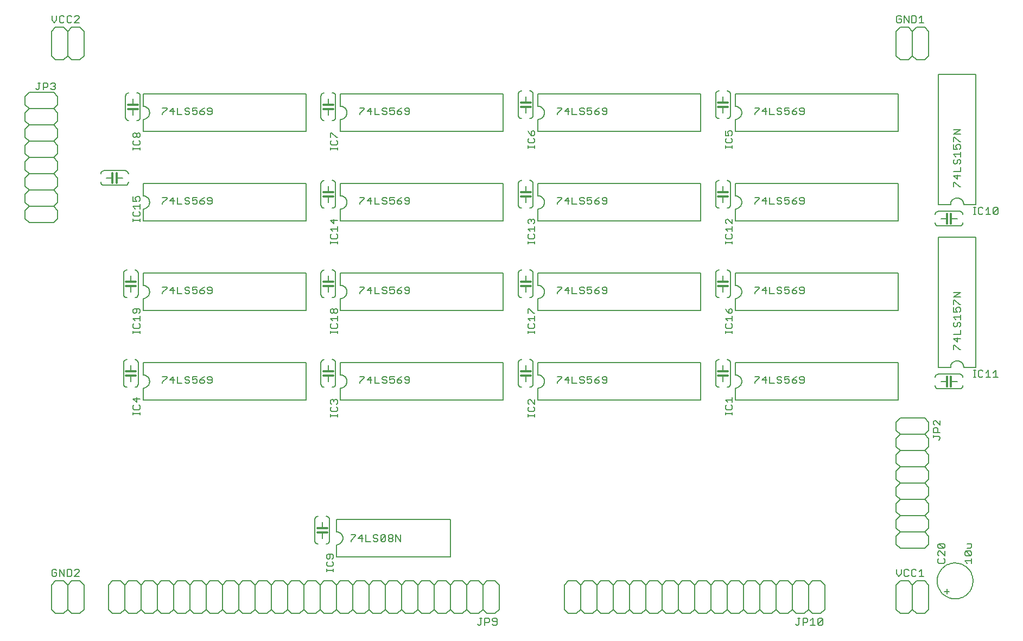
<source format=gtl>
G75*
%MOIN*%
%OFA0B0*%
%FSLAX24Y24*%
%IPPOS*%
%LPD*%
%AMOC8*
5,1,8,0,0,1.08239X$1,22.5*
%
%ADD10C,0.0080*%
%ADD11C,0.0120*%
D10*
X003180Y002180D02*
X003180Y003680D01*
X003430Y003930D01*
X003930Y003930D01*
X004180Y003680D01*
X004180Y002180D01*
X004430Y001930D01*
X004930Y001930D01*
X005180Y002180D01*
X005180Y003680D01*
X004930Y003930D01*
X004430Y003930D01*
X004180Y003680D01*
X004141Y004220D02*
X004351Y004220D01*
X004421Y004290D01*
X004421Y004570D01*
X004351Y004640D01*
X004141Y004640D01*
X004141Y004220D01*
X003961Y004220D02*
X003961Y004640D01*
X003680Y004640D02*
X003680Y004220D01*
X003500Y004290D02*
X003500Y004430D01*
X003360Y004430D01*
X003220Y004570D02*
X003220Y004290D01*
X003290Y004220D01*
X003430Y004220D01*
X003500Y004290D01*
X003500Y004570D02*
X003430Y004640D01*
X003290Y004640D01*
X003220Y004570D01*
X003680Y004640D02*
X003961Y004220D01*
X004601Y004220D02*
X004881Y004500D01*
X004881Y004570D01*
X004811Y004640D01*
X004671Y004640D01*
X004601Y004570D01*
X004601Y004220D02*
X004881Y004220D01*
X006680Y003680D02*
X006680Y002180D01*
X006930Y001930D01*
X007430Y001930D01*
X007680Y002180D01*
X007680Y003680D01*
X007430Y003930D01*
X006930Y003930D01*
X006680Y003680D01*
X007680Y003680D02*
X007930Y003930D01*
X008430Y003930D01*
X008680Y003680D01*
X008680Y002180D01*
X008430Y001930D01*
X007930Y001930D01*
X007680Y002180D01*
X008680Y002180D02*
X008930Y001930D01*
X009430Y001930D01*
X009680Y002180D01*
X009680Y003680D01*
X009430Y003930D01*
X008930Y003930D01*
X008680Y003680D01*
X009680Y003680D02*
X009930Y003930D01*
X010430Y003930D01*
X010680Y003680D01*
X010680Y002180D01*
X010430Y001930D01*
X009930Y001930D01*
X009680Y002180D01*
X010680Y002180D02*
X010930Y001930D01*
X011430Y001930D01*
X011680Y002180D01*
X011680Y003680D01*
X011430Y003930D01*
X010930Y003930D01*
X010680Y003680D01*
X011680Y003680D02*
X011930Y003930D01*
X012430Y003930D01*
X012680Y003680D01*
X012680Y002180D01*
X012430Y001930D01*
X011930Y001930D01*
X011680Y002180D01*
X012680Y002180D02*
X012930Y001930D01*
X013430Y001930D01*
X013680Y002180D01*
X013680Y003680D01*
X013930Y003930D01*
X014430Y003930D01*
X014680Y003680D01*
X014680Y002180D01*
X014430Y001930D01*
X013930Y001930D01*
X013680Y002180D01*
X014680Y002180D02*
X014930Y001930D01*
X015430Y001930D01*
X015680Y002180D01*
X015680Y003680D01*
X015930Y003930D01*
X016430Y003930D01*
X016680Y003680D01*
X016680Y002180D01*
X016430Y001930D01*
X015930Y001930D01*
X015680Y002180D01*
X016680Y002180D02*
X016930Y001930D01*
X017430Y001930D01*
X017680Y002180D01*
X017680Y003680D01*
X017930Y003930D01*
X018430Y003930D01*
X018680Y003680D01*
X018680Y002180D01*
X018430Y001930D01*
X017930Y001930D01*
X017680Y002180D01*
X018680Y002180D02*
X018930Y001930D01*
X019430Y001930D01*
X019680Y002180D01*
X019680Y003680D01*
X019930Y003930D01*
X020430Y003930D01*
X020680Y003680D01*
X020680Y002180D01*
X020430Y001930D01*
X019930Y001930D01*
X019680Y002180D01*
X020680Y002180D02*
X020930Y001930D01*
X021430Y001930D01*
X021680Y002180D01*
X021680Y003680D01*
X021930Y003930D01*
X022430Y003930D01*
X022680Y003680D01*
X022680Y002180D01*
X022430Y001930D01*
X021930Y001930D01*
X021680Y002180D01*
X022680Y002180D02*
X022930Y001930D01*
X023430Y001930D01*
X023680Y002180D01*
X023680Y003680D01*
X023930Y003930D01*
X024430Y003930D01*
X024680Y003680D01*
X024680Y002180D01*
X024430Y001930D01*
X023930Y001930D01*
X023680Y002180D01*
X024680Y002180D02*
X024930Y001930D01*
X025430Y001930D01*
X025680Y002180D01*
X025680Y003680D01*
X025430Y003930D01*
X024930Y003930D01*
X024680Y003680D01*
X023680Y003680D02*
X023430Y003930D01*
X022930Y003930D01*
X022680Y003680D01*
X021680Y003680D02*
X021430Y003930D01*
X020930Y003930D01*
X020680Y003680D01*
X019680Y003680D02*
X019430Y003930D01*
X018930Y003930D01*
X018680Y003680D01*
X017680Y003680D02*
X017430Y003930D01*
X016930Y003930D01*
X016680Y003680D01*
X015680Y003680D02*
X015430Y003930D01*
X014930Y003930D01*
X014680Y003680D01*
X013680Y003680D02*
X013430Y003930D01*
X012930Y003930D01*
X012680Y003680D01*
X019355Y006405D02*
X019355Y007705D01*
X019357Y007731D01*
X019362Y007757D01*
X019370Y007782D01*
X019382Y007805D01*
X019396Y007827D01*
X019414Y007846D01*
X019433Y007864D01*
X019455Y007878D01*
X019478Y007890D01*
X019503Y007898D01*
X019529Y007903D01*
X019555Y007905D01*
X019805Y007555D02*
X019805Y007175D01*
X019805Y006925D02*
X019805Y006555D01*
X020055Y006205D02*
X020081Y006207D01*
X020107Y006212D01*
X020132Y006220D01*
X020155Y006232D01*
X020177Y006246D01*
X020196Y006264D01*
X020214Y006283D01*
X020228Y006305D01*
X020240Y006328D01*
X020248Y006353D01*
X020253Y006379D01*
X020255Y006405D01*
X020255Y007705D01*
X020253Y007731D01*
X020248Y007757D01*
X020240Y007782D01*
X020228Y007805D01*
X020214Y007827D01*
X020196Y007846D01*
X020177Y007864D01*
X020155Y007878D01*
X020132Y007890D01*
X020107Y007898D01*
X020081Y007903D01*
X020055Y007905D01*
X020680Y007705D02*
X020680Y006955D01*
X020719Y006953D01*
X020758Y006947D01*
X020796Y006938D01*
X020833Y006925D01*
X020869Y006908D01*
X020902Y006888D01*
X020934Y006864D01*
X020963Y006838D01*
X020989Y006809D01*
X021013Y006777D01*
X021033Y006744D01*
X021050Y006708D01*
X021063Y006671D01*
X021072Y006633D01*
X021078Y006594D01*
X021080Y006555D01*
X021078Y006516D01*
X021072Y006477D01*
X021063Y006439D01*
X021050Y006402D01*
X021033Y006366D01*
X021013Y006333D01*
X020989Y006301D01*
X020963Y006272D01*
X020934Y006246D01*
X020902Y006222D01*
X020869Y006202D01*
X020833Y006185D01*
X020796Y006172D01*
X020758Y006163D01*
X020719Y006157D01*
X020680Y006155D01*
X020680Y005405D01*
X027680Y005405D01*
X027680Y007705D01*
X020680Y007705D01*
X021570Y006765D02*
X021850Y006765D01*
X021850Y006695D01*
X021570Y006415D01*
X021570Y006345D01*
X022030Y006555D02*
X022311Y006555D01*
X022241Y006345D02*
X022241Y006765D01*
X022030Y006555D01*
X022491Y006345D02*
X022771Y006345D01*
X022951Y006415D02*
X023021Y006345D01*
X023161Y006345D01*
X023231Y006415D01*
X023231Y006485D01*
X023161Y006555D01*
X023021Y006555D01*
X022951Y006625D01*
X022951Y006695D01*
X023021Y006765D01*
X023161Y006765D01*
X023231Y006695D01*
X023412Y006695D02*
X023482Y006765D01*
X023622Y006765D01*
X023692Y006695D01*
X023412Y006415D01*
X023482Y006345D01*
X023622Y006345D01*
X023692Y006415D01*
X023692Y006695D01*
X023872Y006695D02*
X023872Y006625D01*
X023942Y006555D01*
X024082Y006555D01*
X024152Y006485D01*
X024152Y006415D01*
X024082Y006345D01*
X023942Y006345D01*
X023872Y006415D01*
X023872Y006485D01*
X023942Y006555D01*
X024082Y006555D02*
X024152Y006625D01*
X024152Y006695D01*
X024082Y006765D01*
X023942Y006765D01*
X023872Y006695D01*
X023412Y006695D02*
X023412Y006415D01*
X022491Y006345D02*
X022491Y006765D01*
X024332Y006765D02*
X024613Y006345D01*
X024613Y006765D01*
X024332Y006765D02*
X024332Y006345D01*
X025930Y003930D02*
X025680Y003680D01*
X025930Y003930D02*
X026430Y003930D01*
X026680Y003680D01*
X026680Y002180D01*
X026430Y001930D01*
X025930Y001930D01*
X025680Y002180D01*
X026680Y002180D02*
X026930Y001930D01*
X027430Y001930D01*
X027680Y002180D01*
X027680Y003680D01*
X027430Y003930D01*
X026930Y003930D01*
X026680Y003680D01*
X027680Y003680D02*
X027930Y003930D01*
X028430Y003930D01*
X028680Y003680D01*
X028680Y002180D01*
X028430Y001930D01*
X027930Y001930D01*
X027680Y002180D01*
X028680Y002180D02*
X028930Y001930D01*
X029430Y001930D01*
X029680Y002180D01*
X029680Y003680D01*
X029430Y003930D01*
X028930Y003930D01*
X028680Y003680D01*
X029680Y003680D02*
X029930Y003930D01*
X030430Y003930D01*
X030680Y003680D01*
X030680Y002180D01*
X030430Y001930D01*
X029930Y001930D01*
X029680Y002180D01*
X029619Y001640D02*
X029479Y001640D01*
X029549Y001640D02*
X029549Y001290D01*
X029479Y001220D01*
X029409Y001220D01*
X029339Y001290D01*
X029799Y001220D02*
X029799Y001640D01*
X030009Y001640D01*
X030079Y001570D01*
X030079Y001430D01*
X030009Y001360D01*
X029799Y001360D01*
X030260Y001290D02*
X030330Y001220D01*
X030470Y001220D01*
X030540Y001290D01*
X030540Y001570D01*
X030470Y001640D01*
X030330Y001640D01*
X030260Y001570D01*
X030260Y001500D01*
X030330Y001430D01*
X030540Y001430D01*
X034680Y002180D02*
X034680Y003680D01*
X034930Y003930D01*
X035430Y003930D01*
X035680Y003680D01*
X035680Y002180D01*
X035430Y001930D01*
X034930Y001930D01*
X034680Y002180D01*
X035680Y002180D02*
X035930Y001930D01*
X036430Y001930D01*
X036680Y002180D01*
X036680Y003680D01*
X036930Y003930D01*
X037430Y003930D01*
X037680Y003680D01*
X037680Y002180D01*
X037430Y001930D01*
X036930Y001930D01*
X036680Y002180D01*
X037680Y002180D02*
X037930Y001930D01*
X038430Y001930D01*
X038680Y002180D01*
X038680Y003680D01*
X038930Y003930D01*
X039430Y003930D01*
X039680Y003680D01*
X039680Y002180D01*
X039430Y001930D01*
X038930Y001930D01*
X038680Y002180D01*
X039680Y002180D02*
X039930Y001930D01*
X040430Y001930D01*
X040680Y002180D01*
X040680Y003680D01*
X040930Y003930D01*
X041430Y003930D01*
X041680Y003680D01*
X041680Y002180D01*
X041430Y001930D01*
X040930Y001930D01*
X040680Y002180D01*
X041680Y002180D02*
X041930Y001930D01*
X042430Y001930D01*
X042680Y002180D01*
X042680Y003680D01*
X042930Y003930D01*
X043430Y003930D01*
X043680Y003680D01*
X043680Y002180D01*
X043430Y001930D01*
X042930Y001930D01*
X042680Y002180D01*
X043680Y002180D02*
X043930Y001930D01*
X044430Y001930D01*
X044680Y002180D01*
X044680Y003680D01*
X044430Y003930D01*
X043930Y003930D01*
X043680Y003680D01*
X042680Y003680D02*
X042430Y003930D01*
X041930Y003930D01*
X041680Y003680D01*
X040680Y003680D02*
X040430Y003930D01*
X039930Y003930D01*
X039680Y003680D01*
X038680Y003680D02*
X038430Y003930D01*
X037930Y003930D01*
X037680Y003680D01*
X036680Y003680D02*
X036430Y003930D01*
X035930Y003930D01*
X035680Y003680D01*
X044680Y003680D02*
X044930Y003930D01*
X045430Y003930D01*
X045680Y003680D01*
X045680Y002180D01*
X045430Y001930D01*
X044930Y001930D01*
X044680Y002180D01*
X045680Y002180D02*
X045930Y001930D01*
X046430Y001930D01*
X046680Y002180D01*
X046680Y003680D01*
X046430Y003930D01*
X045930Y003930D01*
X045680Y003680D01*
X046680Y003680D02*
X046930Y003930D01*
X047430Y003930D01*
X047680Y003680D01*
X047680Y002180D01*
X047430Y001930D01*
X046930Y001930D01*
X046680Y002180D01*
X047680Y002180D02*
X047930Y001930D01*
X048430Y001930D01*
X048680Y002180D01*
X048680Y003680D01*
X048430Y003930D01*
X047930Y003930D01*
X047680Y003680D01*
X048680Y003680D02*
X048930Y003930D01*
X049430Y003930D01*
X049680Y003680D01*
X049680Y002180D01*
X049430Y001930D01*
X048930Y001930D01*
X048680Y002180D01*
X049019Y001640D02*
X049159Y001640D01*
X049089Y001640D02*
X049089Y001290D01*
X049019Y001220D01*
X048948Y001220D01*
X048878Y001290D01*
X049339Y001220D02*
X049339Y001640D01*
X049549Y001640D01*
X049619Y001570D01*
X049619Y001430D01*
X049549Y001360D01*
X049339Y001360D01*
X049799Y001220D02*
X050079Y001220D01*
X049939Y001220D02*
X049939Y001640D01*
X049799Y001500D01*
X049930Y001930D02*
X049680Y002180D01*
X049930Y001930D02*
X050430Y001930D01*
X050680Y002180D01*
X050680Y003680D01*
X050430Y003930D01*
X049930Y003930D01*
X049680Y003680D01*
X050330Y001640D02*
X050470Y001640D01*
X050540Y001570D01*
X050260Y001290D01*
X050330Y001220D01*
X050470Y001220D01*
X050540Y001290D01*
X050540Y001570D01*
X050330Y001640D02*
X050260Y001570D01*
X050260Y001290D01*
X055055Y002180D02*
X055055Y003680D01*
X055305Y003930D01*
X055805Y003930D01*
X056055Y003680D01*
X056055Y002180D01*
X056305Y001930D01*
X056805Y001930D01*
X057055Y002180D01*
X057055Y003680D01*
X056805Y003930D01*
X056305Y003930D01*
X056055Y003680D01*
X056086Y004220D02*
X056226Y004220D01*
X056296Y004290D01*
X056476Y004220D02*
X056756Y004220D01*
X056616Y004220D02*
X056616Y004640D01*
X056476Y004500D01*
X056296Y004570D02*
X056226Y004640D01*
X056086Y004640D01*
X056016Y004570D01*
X056016Y004290D01*
X056086Y004220D01*
X055836Y004290D02*
X055766Y004220D01*
X055625Y004220D01*
X055555Y004290D01*
X055555Y004570D01*
X055625Y004640D01*
X055766Y004640D01*
X055836Y004570D01*
X055375Y004640D02*
X055375Y004360D01*
X055235Y004220D01*
X055095Y004360D01*
X055095Y004640D01*
X055305Y005930D02*
X056805Y005930D01*
X057055Y006180D01*
X057055Y006680D01*
X056805Y006930D01*
X055305Y006930D01*
X055055Y006680D01*
X055055Y006180D01*
X055305Y005930D01*
X055305Y006930D02*
X055055Y007180D01*
X055055Y007680D01*
X055305Y007930D01*
X056805Y007930D01*
X057055Y007680D01*
X057055Y007180D01*
X056805Y006930D01*
X056805Y007930D02*
X057055Y008180D01*
X057055Y008680D01*
X056805Y008930D01*
X055305Y008930D01*
X055055Y008680D01*
X055055Y008180D01*
X055305Y007930D01*
X055305Y008930D02*
X055055Y009180D01*
X055055Y009680D01*
X055305Y009930D01*
X056805Y009930D01*
X057055Y009680D01*
X057055Y009180D01*
X056805Y008930D01*
X056805Y009930D02*
X057055Y010180D01*
X057055Y010680D01*
X056805Y010930D01*
X055305Y010930D01*
X055055Y010680D01*
X055055Y010180D01*
X055305Y009930D01*
X055305Y010930D02*
X055055Y011180D01*
X055055Y011680D01*
X055305Y011930D01*
X056805Y011930D01*
X057055Y011680D01*
X057055Y011180D01*
X056805Y010930D01*
X056805Y011930D02*
X057055Y012180D01*
X057055Y012680D01*
X056805Y012930D01*
X055305Y012930D01*
X055055Y012680D01*
X055055Y012180D01*
X055305Y011930D01*
X055305Y012930D02*
X055055Y013180D01*
X055055Y013680D01*
X055305Y013930D01*
X056805Y013930D01*
X057055Y013680D01*
X057055Y013180D01*
X056805Y012930D01*
X057345Y012869D02*
X057345Y012729D01*
X057345Y012799D02*
X057695Y012799D01*
X057765Y012729D01*
X057765Y012659D01*
X057695Y012589D01*
X057765Y013049D02*
X057345Y013049D01*
X057345Y013259D01*
X057415Y013329D01*
X057555Y013329D01*
X057625Y013259D01*
X057625Y013049D01*
X057765Y013510D02*
X057485Y013790D01*
X057415Y013790D01*
X057345Y013720D01*
X057345Y013580D01*
X057415Y013510D01*
X057765Y013510D02*
X057765Y013790D01*
X055180Y015030D02*
X055180Y017330D01*
X045180Y017330D01*
X045180Y016580D01*
X045219Y016578D01*
X045258Y016572D01*
X045296Y016563D01*
X045333Y016550D01*
X045369Y016533D01*
X045402Y016513D01*
X045434Y016489D01*
X045463Y016463D01*
X045489Y016434D01*
X045513Y016402D01*
X045533Y016369D01*
X045550Y016333D01*
X045563Y016296D01*
X045572Y016258D01*
X045578Y016219D01*
X045580Y016180D01*
X045578Y016141D01*
X045572Y016102D01*
X045563Y016064D01*
X045550Y016027D01*
X045533Y015991D01*
X045513Y015958D01*
X045489Y015926D01*
X045463Y015897D01*
X045434Y015871D01*
X045402Y015847D01*
X045369Y015827D01*
X045333Y015810D01*
X045296Y015797D01*
X045258Y015788D01*
X045219Y015782D01*
X045180Y015780D01*
X045180Y015030D01*
X055180Y015030D01*
X057655Y015730D02*
X058955Y015730D01*
X058981Y015732D01*
X059007Y015737D01*
X059032Y015745D01*
X059055Y015757D01*
X059077Y015771D01*
X059096Y015789D01*
X059114Y015808D01*
X059128Y015830D01*
X059140Y015853D01*
X059148Y015878D01*
X059153Y015904D01*
X059155Y015930D01*
X058805Y016180D02*
X058435Y016180D01*
X058185Y016180D02*
X057805Y016180D01*
X057455Y016430D02*
X057457Y016456D01*
X057462Y016482D01*
X057470Y016507D01*
X057482Y016530D01*
X057496Y016552D01*
X057514Y016571D01*
X057533Y016589D01*
X057555Y016603D01*
X057578Y016615D01*
X057603Y016623D01*
X057629Y016628D01*
X057655Y016630D01*
X058955Y016630D01*
X058981Y016628D01*
X059007Y016623D01*
X059032Y016615D01*
X059055Y016603D01*
X059077Y016589D01*
X059096Y016571D01*
X059114Y016552D01*
X059128Y016530D01*
X059140Y016507D01*
X059148Y016482D01*
X059153Y016456D01*
X059155Y016430D01*
X059205Y017055D02*
X059955Y017055D01*
X059955Y025055D01*
X057655Y025055D01*
X057655Y017055D01*
X058405Y017055D01*
X058407Y017094D01*
X058413Y017133D01*
X058422Y017171D01*
X058435Y017208D01*
X058452Y017244D01*
X058472Y017277D01*
X058496Y017309D01*
X058522Y017338D01*
X058551Y017364D01*
X058583Y017388D01*
X058616Y017408D01*
X058652Y017425D01*
X058689Y017438D01*
X058727Y017447D01*
X058766Y017453D01*
X058805Y017455D01*
X058844Y017453D01*
X058883Y017447D01*
X058921Y017438D01*
X058958Y017425D01*
X058994Y017408D01*
X059027Y017388D01*
X059059Y017364D01*
X059088Y017338D01*
X059114Y017309D01*
X059138Y017277D01*
X059158Y017244D01*
X059175Y017208D01*
X059188Y017171D01*
X059197Y017133D01*
X059203Y017094D01*
X059205Y017055D01*
X059807Y016865D02*
X059947Y016865D01*
X059877Y016865D02*
X059877Y016445D01*
X059807Y016445D02*
X059947Y016445D01*
X060114Y016515D02*
X060184Y016445D01*
X060324Y016445D01*
X060394Y016515D01*
X060574Y016445D02*
X060854Y016445D01*
X060714Y016445D02*
X060714Y016865D01*
X060574Y016725D01*
X060394Y016795D02*
X060324Y016865D01*
X060184Y016865D01*
X060114Y016795D01*
X060114Y016515D01*
X061035Y016445D02*
X061315Y016445D01*
X061175Y016445D02*
X061175Y016865D01*
X061035Y016725D01*
X059015Y018145D02*
X058945Y018145D01*
X058665Y018425D01*
X058595Y018425D01*
X058595Y018145D01*
X058805Y018605D02*
X058805Y018886D01*
X059015Y018816D02*
X058595Y018816D01*
X058805Y018605D01*
X058595Y019066D02*
X059015Y019066D01*
X059015Y019346D01*
X058945Y019526D02*
X059015Y019596D01*
X059015Y019736D01*
X058945Y019806D01*
X058875Y019806D01*
X058805Y019736D01*
X058805Y019596D01*
X058735Y019526D01*
X058665Y019526D01*
X058595Y019596D01*
X058595Y019736D01*
X058665Y019806D01*
X058735Y019987D02*
X058595Y020127D01*
X059015Y020127D01*
X059015Y019987D02*
X059015Y020267D01*
X058945Y020447D02*
X059015Y020517D01*
X059015Y020657D01*
X058945Y020727D01*
X058805Y020727D01*
X058735Y020657D01*
X058735Y020587D01*
X058805Y020447D01*
X058595Y020447D01*
X058595Y020727D01*
X058595Y020907D02*
X058595Y021188D01*
X058665Y021188D01*
X058945Y020907D01*
X059015Y020907D01*
X059015Y021368D02*
X058595Y021368D01*
X059015Y021648D01*
X058595Y021648D01*
X055180Y020530D02*
X055180Y022830D01*
X045180Y022830D01*
X045180Y022080D01*
X045219Y022078D01*
X045258Y022072D01*
X045296Y022063D01*
X045333Y022050D01*
X045369Y022033D01*
X045402Y022013D01*
X045434Y021989D01*
X045463Y021963D01*
X045489Y021934D01*
X045513Y021902D01*
X045533Y021869D01*
X045550Y021833D01*
X045563Y021796D01*
X045572Y021758D01*
X045578Y021719D01*
X045580Y021680D01*
X045578Y021641D01*
X045572Y021602D01*
X045563Y021564D01*
X045550Y021527D01*
X045533Y021491D01*
X045513Y021458D01*
X045489Y021426D01*
X045463Y021397D01*
X045434Y021371D01*
X045402Y021347D01*
X045369Y021327D01*
X045333Y021310D01*
X045296Y021297D01*
X045258Y021288D01*
X045219Y021282D01*
X045180Y021280D01*
X045180Y020530D01*
X055180Y020530D01*
X049413Y021640D02*
X049413Y021920D01*
X049343Y021990D01*
X049202Y021990D01*
X049132Y021920D01*
X049132Y021850D01*
X049202Y021780D01*
X049413Y021780D01*
X049413Y021640D02*
X049343Y021570D01*
X049202Y021570D01*
X049132Y021640D01*
X048952Y021640D02*
X048952Y021710D01*
X048882Y021780D01*
X048672Y021780D01*
X048672Y021640D01*
X048742Y021570D01*
X048882Y021570D01*
X048952Y021640D01*
X048812Y021920D02*
X048672Y021780D01*
X048492Y021780D02*
X048492Y021640D01*
X048422Y021570D01*
X048282Y021570D01*
X048212Y021640D01*
X048212Y021780D02*
X048352Y021850D01*
X048422Y021850D01*
X048492Y021780D01*
X048492Y021990D02*
X048212Y021990D01*
X048212Y021780D01*
X048031Y021710D02*
X048031Y021640D01*
X047961Y021570D01*
X047821Y021570D01*
X047751Y021640D01*
X047821Y021780D02*
X047961Y021780D01*
X048031Y021710D01*
X048031Y021920D02*
X047961Y021990D01*
X047821Y021990D01*
X047751Y021920D01*
X047751Y021850D01*
X047821Y021780D01*
X047571Y021570D02*
X047291Y021570D01*
X047291Y021990D01*
X047041Y021990D02*
X046830Y021780D01*
X047111Y021780D01*
X047041Y021570D02*
X047041Y021990D01*
X046650Y021990D02*
X046650Y021920D01*
X046370Y021640D01*
X046370Y021570D01*
X046370Y021990D02*
X046650Y021990D01*
X044880Y021530D02*
X044880Y022830D01*
X044878Y022856D01*
X044873Y022882D01*
X044865Y022907D01*
X044853Y022930D01*
X044839Y022952D01*
X044821Y022971D01*
X044802Y022989D01*
X044780Y023003D01*
X044757Y023015D01*
X044732Y023023D01*
X044706Y023028D01*
X044680Y023030D01*
X044430Y022680D02*
X044430Y022300D01*
X044430Y022050D02*
X044430Y021680D01*
X044680Y021330D02*
X044706Y021332D01*
X044732Y021337D01*
X044757Y021345D01*
X044780Y021357D01*
X044802Y021371D01*
X044821Y021389D01*
X044839Y021408D01*
X044853Y021430D01*
X044865Y021453D01*
X044873Y021478D01*
X044878Y021504D01*
X044880Y021530D01*
X044180Y021330D02*
X044154Y021332D01*
X044128Y021337D01*
X044103Y021345D01*
X044080Y021357D01*
X044058Y021371D01*
X044039Y021389D01*
X044021Y021408D01*
X044007Y021430D01*
X043995Y021453D01*
X043987Y021478D01*
X043982Y021504D01*
X043980Y021530D01*
X043980Y022830D01*
X043982Y022856D01*
X043987Y022882D01*
X043995Y022907D01*
X044007Y022930D01*
X044021Y022952D01*
X044039Y022971D01*
X044058Y022989D01*
X044080Y023003D01*
X044103Y023015D01*
X044128Y023023D01*
X044154Y023028D01*
X044180Y023030D01*
X043055Y022830D02*
X043055Y020530D01*
X033055Y020530D01*
X033055Y021280D01*
X032755Y021530D02*
X032755Y022830D01*
X032753Y022856D01*
X032748Y022882D01*
X032740Y022907D01*
X032728Y022930D01*
X032714Y022952D01*
X032696Y022971D01*
X032677Y022989D01*
X032655Y023003D01*
X032632Y023015D01*
X032607Y023023D01*
X032581Y023028D01*
X032555Y023030D01*
X032305Y022680D02*
X032305Y022300D01*
X032305Y022050D02*
X032305Y021680D01*
X032055Y021330D02*
X032029Y021332D01*
X032003Y021337D01*
X031978Y021345D01*
X031955Y021357D01*
X031933Y021371D01*
X031914Y021389D01*
X031896Y021408D01*
X031882Y021430D01*
X031870Y021453D01*
X031862Y021478D01*
X031857Y021504D01*
X031855Y021530D01*
X031855Y022830D01*
X031857Y022856D01*
X031862Y022882D01*
X031870Y022907D01*
X031882Y022930D01*
X031896Y022952D01*
X031914Y022971D01*
X031933Y022989D01*
X031955Y023003D01*
X031978Y023015D01*
X032003Y023023D01*
X032029Y023028D01*
X032055Y023030D01*
X033055Y022830D02*
X033055Y022080D01*
X033094Y022078D01*
X033133Y022072D01*
X033171Y022063D01*
X033208Y022050D01*
X033244Y022033D01*
X033277Y022013D01*
X033309Y021989D01*
X033338Y021963D01*
X033364Y021934D01*
X033388Y021902D01*
X033408Y021869D01*
X033425Y021833D01*
X033438Y021796D01*
X033447Y021758D01*
X033453Y021719D01*
X033455Y021680D01*
X033453Y021641D01*
X033447Y021602D01*
X033438Y021564D01*
X033425Y021527D01*
X033408Y021491D01*
X033388Y021458D01*
X033364Y021426D01*
X033338Y021397D01*
X033309Y021371D01*
X033277Y021347D01*
X033244Y021327D01*
X033208Y021310D01*
X033171Y021297D01*
X033133Y021288D01*
X033094Y021282D01*
X033055Y021280D01*
X032755Y021530D02*
X032753Y021504D01*
X032748Y021478D01*
X032740Y021453D01*
X032728Y021430D01*
X032714Y021408D01*
X032696Y021389D01*
X032677Y021371D01*
X032655Y021357D01*
X032632Y021345D01*
X032607Y021337D01*
X032581Y021332D01*
X032555Y021330D01*
X032515Y020653D02*
X032795Y020373D01*
X032865Y020373D01*
X032865Y020193D02*
X032865Y019912D01*
X032865Y020052D02*
X032445Y020052D01*
X032585Y019912D01*
X032515Y019732D02*
X032445Y019662D01*
X032445Y019522D01*
X032515Y019452D01*
X032795Y019452D01*
X032865Y019522D01*
X032865Y019662D01*
X032795Y019732D01*
X032865Y019285D02*
X032865Y019145D01*
X032865Y019215D02*
X032445Y019215D01*
X032445Y019145D02*
X032445Y019285D01*
X032445Y020373D02*
X032445Y020653D01*
X032515Y020653D01*
X030930Y020530D02*
X030930Y022830D01*
X020930Y022830D01*
X020930Y022080D01*
X020969Y022078D01*
X021008Y022072D01*
X021046Y022063D01*
X021083Y022050D01*
X021119Y022033D01*
X021152Y022013D01*
X021184Y021989D01*
X021213Y021963D01*
X021239Y021934D01*
X021263Y021902D01*
X021283Y021869D01*
X021300Y021833D01*
X021313Y021796D01*
X021322Y021758D01*
X021328Y021719D01*
X021330Y021680D01*
X021328Y021641D01*
X021322Y021602D01*
X021313Y021564D01*
X021300Y021527D01*
X021283Y021491D01*
X021263Y021458D01*
X021239Y021426D01*
X021213Y021397D01*
X021184Y021371D01*
X021152Y021347D01*
X021119Y021327D01*
X021083Y021310D01*
X021046Y021297D01*
X021008Y021288D01*
X020969Y021282D01*
X020930Y021280D01*
X020930Y020530D01*
X030930Y020530D01*
X033055Y022830D02*
X043055Y022830D01*
X044570Y024645D02*
X044570Y024785D01*
X044570Y024715D02*
X044990Y024715D01*
X044990Y024645D02*
X044990Y024785D01*
X044920Y024952D02*
X044990Y025022D01*
X044990Y025162D01*
X044920Y025232D01*
X044990Y025412D02*
X044990Y025693D01*
X044990Y025552D02*
X044570Y025552D01*
X044710Y025412D01*
X044640Y025232D02*
X044570Y025162D01*
X044570Y025022D01*
X044640Y024952D01*
X044920Y024952D01*
X044990Y025873D02*
X044710Y026153D01*
X044640Y026153D01*
X044570Y026083D01*
X044570Y025943D01*
X044640Y025873D01*
X044990Y025873D02*
X044990Y026153D01*
X045180Y026030D02*
X045180Y026780D01*
X044880Y027030D02*
X044880Y028330D01*
X044878Y028356D01*
X044873Y028382D01*
X044865Y028407D01*
X044853Y028430D01*
X044839Y028452D01*
X044821Y028471D01*
X044802Y028489D01*
X044780Y028503D01*
X044757Y028515D01*
X044732Y028523D01*
X044706Y028528D01*
X044680Y028530D01*
X044430Y028180D02*
X044430Y027800D01*
X044430Y027550D02*
X044430Y027180D01*
X044680Y026830D02*
X044706Y026832D01*
X044732Y026837D01*
X044757Y026845D01*
X044780Y026857D01*
X044802Y026871D01*
X044821Y026889D01*
X044839Y026908D01*
X044853Y026930D01*
X044865Y026953D01*
X044873Y026978D01*
X044878Y027004D01*
X044880Y027030D01*
X045180Y026780D02*
X045219Y026782D01*
X045258Y026788D01*
X045296Y026797D01*
X045333Y026810D01*
X045369Y026827D01*
X045402Y026847D01*
X045434Y026871D01*
X045463Y026897D01*
X045489Y026926D01*
X045513Y026958D01*
X045533Y026991D01*
X045550Y027027D01*
X045563Y027064D01*
X045572Y027102D01*
X045578Y027141D01*
X045580Y027180D01*
X045578Y027219D01*
X045572Y027258D01*
X045563Y027296D01*
X045550Y027333D01*
X045533Y027369D01*
X045513Y027402D01*
X045489Y027434D01*
X045463Y027463D01*
X045434Y027489D01*
X045402Y027513D01*
X045369Y027533D01*
X045333Y027550D01*
X045296Y027563D01*
X045258Y027572D01*
X045219Y027578D01*
X045180Y027580D01*
X045180Y028330D01*
X055180Y028330D01*
X055180Y026030D01*
X045180Y026030D01*
X044180Y026830D02*
X044154Y026832D01*
X044128Y026837D01*
X044103Y026845D01*
X044080Y026857D01*
X044058Y026871D01*
X044039Y026889D01*
X044021Y026908D01*
X044007Y026930D01*
X043995Y026953D01*
X043987Y026978D01*
X043982Y027004D01*
X043980Y027030D01*
X043980Y028330D01*
X043982Y028356D01*
X043987Y028382D01*
X043995Y028407D01*
X044007Y028430D01*
X044021Y028452D01*
X044039Y028471D01*
X044058Y028489D01*
X044080Y028503D01*
X044103Y028515D01*
X044128Y028523D01*
X044154Y028528D01*
X044180Y028530D01*
X043055Y028330D02*
X043055Y026030D01*
X033055Y026030D01*
X033055Y026780D01*
X032755Y027030D02*
X032755Y028330D01*
X032753Y028356D01*
X032748Y028382D01*
X032740Y028407D01*
X032728Y028430D01*
X032714Y028452D01*
X032696Y028471D01*
X032677Y028489D01*
X032655Y028503D01*
X032632Y028515D01*
X032607Y028523D01*
X032581Y028528D01*
X032555Y028530D01*
X032305Y028180D02*
X032305Y027800D01*
X032305Y027550D02*
X032305Y027180D01*
X032055Y026830D02*
X032029Y026832D01*
X032003Y026837D01*
X031978Y026845D01*
X031955Y026857D01*
X031933Y026871D01*
X031914Y026889D01*
X031896Y026908D01*
X031882Y026930D01*
X031870Y026953D01*
X031862Y026978D01*
X031857Y027004D01*
X031855Y027030D01*
X031855Y028330D01*
X031857Y028356D01*
X031862Y028382D01*
X031870Y028407D01*
X031882Y028430D01*
X031896Y028452D01*
X031914Y028471D01*
X031933Y028489D01*
X031955Y028503D01*
X031978Y028515D01*
X032003Y028523D01*
X032029Y028528D01*
X032055Y028530D01*
X033055Y028330D02*
X033055Y027580D01*
X033094Y027578D01*
X033133Y027572D01*
X033171Y027563D01*
X033208Y027550D01*
X033244Y027533D01*
X033277Y027513D01*
X033309Y027489D01*
X033338Y027463D01*
X033364Y027434D01*
X033388Y027402D01*
X033408Y027369D01*
X033425Y027333D01*
X033438Y027296D01*
X033447Y027258D01*
X033453Y027219D01*
X033455Y027180D01*
X033453Y027141D01*
X033447Y027102D01*
X033438Y027064D01*
X033425Y027027D01*
X033408Y026991D01*
X033388Y026958D01*
X033364Y026926D01*
X033338Y026897D01*
X033309Y026871D01*
X033277Y026847D01*
X033244Y026827D01*
X033208Y026810D01*
X033171Y026797D01*
X033133Y026788D01*
X033094Y026782D01*
X033055Y026780D01*
X032755Y027030D02*
X032753Y027004D01*
X032748Y026978D01*
X032740Y026953D01*
X032728Y026930D01*
X032714Y026908D01*
X032696Y026889D01*
X032677Y026871D01*
X032655Y026857D01*
X032632Y026845D01*
X032607Y026837D01*
X032581Y026832D01*
X032555Y026830D01*
X032585Y026153D02*
X032655Y026083D01*
X032725Y026153D01*
X032795Y026153D01*
X032865Y026083D01*
X032865Y025943D01*
X032795Y025873D01*
X032865Y025693D02*
X032865Y025412D01*
X032865Y025552D02*
X032445Y025552D01*
X032585Y025412D01*
X032515Y025232D02*
X032445Y025162D01*
X032445Y025022D01*
X032515Y024952D01*
X032795Y024952D01*
X032865Y025022D01*
X032865Y025162D01*
X032795Y025232D01*
X032865Y024785D02*
X032865Y024645D01*
X032865Y024715D02*
X032445Y024715D01*
X032445Y024645D02*
X032445Y024785D01*
X032515Y025873D02*
X032445Y025943D01*
X032445Y026083D01*
X032515Y026153D01*
X032585Y026153D01*
X032655Y026083D02*
X032655Y026013D01*
X030930Y026030D02*
X030930Y028330D01*
X020930Y028330D01*
X020930Y027580D01*
X020969Y027578D01*
X021008Y027572D01*
X021046Y027563D01*
X021083Y027550D01*
X021119Y027533D01*
X021152Y027513D01*
X021184Y027489D01*
X021213Y027463D01*
X021239Y027434D01*
X021263Y027402D01*
X021283Y027369D01*
X021300Y027333D01*
X021313Y027296D01*
X021322Y027258D01*
X021328Y027219D01*
X021330Y027180D01*
X021328Y027141D01*
X021322Y027102D01*
X021313Y027064D01*
X021300Y027027D01*
X021283Y026991D01*
X021263Y026958D01*
X021239Y026926D01*
X021213Y026897D01*
X021184Y026871D01*
X021152Y026847D01*
X021119Y026827D01*
X021083Y026810D01*
X021046Y026797D01*
X021008Y026788D01*
X020969Y026782D01*
X020930Y026780D01*
X020930Y026030D01*
X030930Y026030D01*
X033055Y028330D02*
X043055Y028330D01*
X044570Y030520D02*
X044570Y030660D01*
X044570Y030590D02*
X044990Y030590D01*
X044990Y030520D02*
X044990Y030660D01*
X044920Y030827D02*
X044990Y030897D01*
X044990Y031037D01*
X044920Y031107D01*
X044920Y031287D02*
X044990Y031357D01*
X044990Y031498D01*
X044920Y031568D01*
X044780Y031568D01*
X044710Y031498D01*
X044710Y031427D01*
X044780Y031287D01*
X044570Y031287D01*
X044570Y031568D01*
X044640Y031107D02*
X044570Y031037D01*
X044570Y030897D01*
X044640Y030827D01*
X044920Y030827D01*
X045180Y031530D02*
X045180Y032280D01*
X044880Y032530D02*
X044880Y033830D01*
X044878Y033856D01*
X044873Y033882D01*
X044865Y033907D01*
X044853Y033930D01*
X044839Y033952D01*
X044821Y033971D01*
X044802Y033989D01*
X044780Y034003D01*
X044757Y034015D01*
X044732Y034023D01*
X044706Y034028D01*
X044680Y034030D01*
X044430Y033680D02*
X044430Y033300D01*
X044430Y033050D02*
X044430Y032680D01*
X044180Y032330D02*
X044154Y032332D01*
X044128Y032337D01*
X044103Y032345D01*
X044080Y032357D01*
X044058Y032371D01*
X044039Y032389D01*
X044021Y032408D01*
X044007Y032430D01*
X043995Y032453D01*
X043987Y032478D01*
X043982Y032504D01*
X043980Y032530D01*
X043980Y033830D01*
X043982Y033856D01*
X043987Y033882D01*
X043995Y033907D01*
X044007Y033930D01*
X044021Y033952D01*
X044039Y033971D01*
X044058Y033989D01*
X044080Y034003D01*
X044103Y034015D01*
X044128Y034023D01*
X044154Y034028D01*
X044180Y034030D01*
X045180Y033830D02*
X045180Y033080D01*
X045219Y033078D01*
X045258Y033072D01*
X045296Y033063D01*
X045333Y033050D01*
X045369Y033033D01*
X045402Y033013D01*
X045434Y032989D01*
X045463Y032963D01*
X045489Y032934D01*
X045513Y032902D01*
X045533Y032869D01*
X045550Y032833D01*
X045563Y032796D01*
X045572Y032758D01*
X045578Y032719D01*
X045580Y032680D01*
X045578Y032641D01*
X045572Y032602D01*
X045563Y032564D01*
X045550Y032527D01*
X045533Y032491D01*
X045513Y032458D01*
X045489Y032426D01*
X045463Y032397D01*
X045434Y032371D01*
X045402Y032347D01*
X045369Y032327D01*
X045333Y032310D01*
X045296Y032297D01*
X045258Y032288D01*
X045219Y032282D01*
X045180Y032280D01*
X044880Y032530D02*
X044878Y032504D01*
X044873Y032478D01*
X044865Y032453D01*
X044853Y032430D01*
X044839Y032408D01*
X044821Y032389D01*
X044802Y032371D01*
X044780Y032357D01*
X044757Y032345D01*
X044732Y032337D01*
X044706Y032332D01*
X044680Y032330D01*
X045180Y031530D02*
X055180Y031530D01*
X055180Y033830D01*
X045180Y033830D01*
X046370Y032990D02*
X046650Y032990D01*
X046650Y032920D01*
X046370Y032640D01*
X046370Y032570D01*
X046830Y032780D02*
X047111Y032780D01*
X047041Y032570D02*
X047041Y032990D01*
X046830Y032780D01*
X047291Y032570D02*
X047571Y032570D01*
X047751Y032640D02*
X047821Y032570D01*
X047961Y032570D01*
X048031Y032640D01*
X048031Y032710D01*
X047961Y032780D01*
X047821Y032780D01*
X047751Y032850D01*
X047751Y032920D01*
X047821Y032990D01*
X047961Y032990D01*
X048031Y032920D01*
X048212Y032990D02*
X048212Y032780D01*
X048352Y032850D01*
X048422Y032850D01*
X048492Y032780D01*
X048492Y032640D01*
X048422Y032570D01*
X048282Y032570D01*
X048212Y032640D01*
X048212Y032990D02*
X048492Y032990D01*
X048672Y032780D02*
X048882Y032780D01*
X048952Y032710D01*
X048952Y032640D01*
X048882Y032570D01*
X048742Y032570D01*
X048672Y032640D01*
X048672Y032780D01*
X048812Y032920D01*
X048952Y032990D01*
X049132Y032920D02*
X049202Y032990D01*
X049343Y032990D01*
X049413Y032920D01*
X049413Y032640D01*
X049343Y032570D01*
X049202Y032570D01*
X049132Y032640D01*
X049202Y032780D02*
X049413Y032780D01*
X049202Y032780D02*
X049132Y032850D01*
X049132Y032920D01*
X047291Y032990D02*
X047291Y032570D01*
X043055Y031530D02*
X043055Y033830D01*
X033055Y033830D01*
X033055Y033080D01*
X033094Y033078D01*
X033133Y033072D01*
X033171Y033063D01*
X033208Y033050D01*
X033244Y033033D01*
X033277Y033013D01*
X033309Y032989D01*
X033338Y032963D01*
X033364Y032934D01*
X033388Y032902D01*
X033408Y032869D01*
X033425Y032833D01*
X033438Y032796D01*
X033447Y032758D01*
X033453Y032719D01*
X033455Y032680D01*
X033453Y032641D01*
X033447Y032602D01*
X033438Y032564D01*
X033425Y032527D01*
X033408Y032491D01*
X033388Y032458D01*
X033364Y032426D01*
X033338Y032397D01*
X033309Y032371D01*
X033277Y032347D01*
X033244Y032327D01*
X033208Y032310D01*
X033171Y032297D01*
X033133Y032288D01*
X033094Y032282D01*
X033055Y032280D01*
X033055Y031530D01*
X043055Y031530D01*
X037288Y032640D02*
X037218Y032570D01*
X037077Y032570D01*
X037007Y032640D01*
X037077Y032780D02*
X037288Y032780D01*
X037288Y032640D02*
X037288Y032920D01*
X037218Y032990D01*
X037077Y032990D01*
X037007Y032920D01*
X037007Y032850D01*
X037077Y032780D01*
X036827Y032710D02*
X036757Y032780D01*
X036547Y032780D01*
X036547Y032640D01*
X036617Y032570D01*
X036757Y032570D01*
X036827Y032640D01*
X036827Y032710D01*
X036687Y032920D02*
X036827Y032990D01*
X036687Y032920D02*
X036547Y032780D01*
X036367Y032780D02*
X036367Y032640D01*
X036297Y032570D01*
X036157Y032570D01*
X036087Y032640D01*
X036087Y032780D02*
X036227Y032850D01*
X036297Y032850D01*
X036367Y032780D01*
X036367Y032990D02*
X036087Y032990D01*
X036087Y032780D01*
X035906Y032710D02*
X035906Y032640D01*
X035836Y032570D01*
X035696Y032570D01*
X035626Y032640D01*
X035696Y032780D02*
X035836Y032780D01*
X035906Y032710D01*
X035906Y032920D02*
X035836Y032990D01*
X035696Y032990D01*
X035626Y032920D01*
X035626Y032850D01*
X035696Y032780D01*
X035446Y032570D02*
X035166Y032570D01*
X035166Y032990D01*
X034916Y032990D02*
X034705Y032780D01*
X034986Y032780D01*
X034916Y032570D02*
X034916Y032990D01*
X034525Y032990D02*
X034525Y032920D01*
X034245Y032640D01*
X034245Y032570D01*
X034245Y032990D02*
X034525Y032990D01*
X032755Y032530D02*
X032755Y033830D01*
X032753Y033856D01*
X032748Y033882D01*
X032740Y033907D01*
X032728Y033930D01*
X032714Y033952D01*
X032696Y033971D01*
X032677Y033989D01*
X032655Y034003D01*
X032632Y034015D01*
X032607Y034023D01*
X032581Y034028D01*
X032555Y034030D01*
X032305Y033680D02*
X032305Y033300D01*
X032305Y033050D02*
X032305Y032680D01*
X032055Y032330D02*
X032029Y032332D01*
X032003Y032337D01*
X031978Y032345D01*
X031955Y032357D01*
X031933Y032371D01*
X031914Y032389D01*
X031896Y032408D01*
X031882Y032430D01*
X031870Y032453D01*
X031862Y032478D01*
X031857Y032504D01*
X031855Y032530D01*
X031855Y033830D01*
X031857Y033856D01*
X031862Y033882D01*
X031870Y033907D01*
X031882Y033930D01*
X031896Y033952D01*
X031914Y033971D01*
X031933Y033989D01*
X031955Y034003D01*
X031978Y034015D01*
X032003Y034023D01*
X032029Y034028D01*
X032055Y034030D01*
X030930Y033830D02*
X030930Y031530D01*
X020930Y031530D01*
X020930Y032280D01*
X020630Y032405D02*
X020630Y033705D01*
X020628Y033731D01*
X020623Y033757D01*
X020615Y033782D01*
X020603Y033805D01*
X020589Y033827D01*
X020571Y033846D01*
X020552Y033864D01*
X020530Y033878D01*
X020507Y033890D01*
X020482Y033898D01*
X020456Y033903D01*
X020430Y033905D01*
X020180Y033555D02*
X020180Y033175D01*
X020180Y032925D02*
X020180Y032555D01*
X019930Y032205D02*
X019904Y032207D01*
X019878Y032212D01*
X019853Y032220D01*
X019830Y032232D01*
X019808Y032246D01*
X019789Y032264D01*
X019771Y032283D01*
X019757Y032305D01*
X019745Y032328D01*
X019737Y032353D01*
X019732Y032379D01*
X019730Y032405D01*
X019730Y033705D01*
X019732Y033731D01*
X019737Y033757D01*
X019745Y033782D01*
X019757Y033805D01*
X019771Y033827D01*
X019789Y033846D01*
X019808Y033864D01*
X019830Y033878D01*
X019853Y033890D01*
X019878Y033898D01*
X019904Y033903D01*
X019930Y033905D01*
X020930Y033830D02*
X020930Y033080D01*
X020969Y033078D01*
X021008Y033072D01*
X021046Y033063D01*
X021083Y033050D01*
X021119Y033033D01*
X021152Y033013D01*
X021184Y032989D01*
X021213Y032963D01*
X021239Y032934D01*
X021263Y032902D01*
X021283Y032869D01*
X021300Y032833D01*
X021313Y032796D01*
X021322Y032758D01*
X021328Y032719D01*
X021330Y032680D01*
X021328Y032641D01*
X021322Y032602D01*
X021313Y032564D01*
X021300Y032527D01*
X021283Y032491D01*
X021263Y032458D01*
X021239Y032426D01*
X021213Y032397D01*
X021184Y032371D01*
X021152Y032347D01*
X021119Y032327D01*
X021083Y032310D01*
X021046Y032297D01*
X021008Y032288D01*
X020969Y032282D01*
X020930Y032280D01*
X020630Y032405D02*
X020628Y032379D01*
X020623Y032353D01*
X020615Y032328D01*
X020603Y032305D01*
X020589Y032283D01*
X020571Y032264D01*
X020552Y032246D01*
X020530Y032232D01*
X020507Y032220D01*
X020482Y032212D01*
X020456Y032207D01*
X020430Y032205D01*
X020390Y031443D02*
X020670Y031162D01*
X020740Y031162D01*
X020670Y030982D02*
X020740Y030912D01*
X020740Y030772D01*
X020670Y030702D01*
X020390Y030702D01*
X020320Y030772D01*
X020320Y030912D01*
X020390Y030982D01*
X020320Y031162D02*
X020320Y031443D01*
X020390Y031443D01*
X022120Y032570D02*
X022120Y032640D01*
X022400Y032920D01*
X022400Y032990D01*
X022120Y032990D01*
X022580Y032780D02*
X022861Y032780D01*
X022791Y032570D02*
X022791Y032990D01*
X022580Y032780D01*
X023041Y032570D02*
X023321Y032570D01*
X023501Y032640D02*
X023571Y032570D01*
X023711Y032570D01*
X023781Y032640D01*
X023781Y032710D01*
X023711Y032780D01*
X023571Y032780D01*
X023501Y032850D01*
X023501Y032920D01*
X023571Y032990D01*
X023711Y032990D01*
X023781Y032920D01*
X023962Y032990D02*
X023962Y032780D01*
X024102Y032850D01*
X024172Y032850D01*
X024242Y032780D01*
X024242Y032640D01*
X024172Y032570D01*
X024032Y032570D01*
X023962Y032640D01*
X023962Y032990D02*
X024242Y032990D01*
X024422Y032780D02*
X024632Y032780D01*
X024702Y032710D01*
X024702Y032640D01*
X024632Y032570D01*
X024492Y032570D01*
X024422Y032640D01*
X024422Y032780D01*
X024562Y032920D01*
X024702Y032990D01*
X024882Y032920D02*
X024882Y032850D01*
X024952Y032780D01*
X025163Y032780D01*
X025163Y032640D02*
X025163Y032920D01*
X025093Y032990D01*
X024952Y032990D01*
X024882Y032920D01*
X024882Y032640D02*
X024952Y032570D01*
X025093Y032570D01*
X025163Y032640D01*
X023041Y032570D02*
X023041Y032990D01*
X020930Y033830D02*
X030930Y033830D01*
X032555Y032330D02*
X032581Y032332D01*
X032607Y032337D01*
X032632Y032345D01*
X032655Y032357D01*
X032677Y032371D01*
X032696Y032389D01*
X032714Y032408D01*
X032728Y032430D01*
X032740Y032453D01*
X032748Y032478D01*
X032753Y032504D01*
X032755Y032530D01*
X032725Y031568D02*
X032655Y031498D01*
X032655Y031287D01*
X032795Y031287D01*
X032865Y031357D01*
X032865Y031498D01*
X032795Y031568D01*
X032725Y031568D01*
X032515Y031427D02*
X032655Y031287D01*
X032515Y031427D02*
X032445Y031568D01*
X032515Y031107D02*
X032445Y031037D01*
X032445Y030897D01*
X032515Y030827D01*
X032795Y030827D01*
X032865Y030897D01*
X032865Y031037D01*
X032795Y031107D01*
X032865Y030660D02*
X032865Y030520D01*
X032865Y030590D02*
X032445Y030590D01*
X032445Y030520D02*
X032445Y030660D01*
X034245Y027490D02*
X034525Y027490D01*
X034525Y027420D01*
X034245Y027140D01*
X034245Y027070D01*
X034705Y027280D02*
X034986Y027280D01*
X034916Y027070D02*
X034916Y027490D01*
X034705Y027280D01*
X035166Y027490D02*
X035166Y027070D01*
X035446Y027070D01*
X035626Y027140D02*
X035696Y027070D01*
X035836Y027070D01*
X035906Y027140D01*
X035906Y027210D01*
X035836Y027280D01*
X035696Y027280D01*
X035626Y027350D01*
X035626Y027420D01*
X035696Y027490D01*
X035836Y027490D01*
X035906Y027420D01*
X036087Y027490D02*
X036087Y027280D01*
X036227Y027350D01*
X036297Y027350D01*
X036367Y027280D01*
X036367Y027140D01*
X036297Y027070D01*
X036157Y027070D01*
X036087Y027140D01*
X036087Y027490D02*
X036367Y027490D01*
X036547Y027280D02*
X036687Y027420D01*
X036827Y027490D01*
X037007Y027420D02*
X037007Y027350D01*
X037077Y027280D01*
X037288Y027280D01*
X037288Y027140D02*
X037288Y027420D01*
X037218Y027490D01*
X037077Y027490D01*
X037007Y027420D01*
X036827Y027210D02*
X036757Y027280D01*
X036547Y027280D01*
X036547Y027140D01*
X036617Y027070D01*
X036757Y027070D01*
X036827Y027140D01*
X036827Y027210D01*
X037007Y027140D02*
X037077Y027070D01*
X037218Y027070D01*
X037288Y027140D01*
X037218Y021990D02*
X037077Y021990D01*
X037007Y021920D01*
X037007Y021850D01*
X037077Y021780D01*
X037288Y021780D01*
X037288Y021640D02*
X037288Y021920D01*
X037218Y021990D01*
X037288Y021640D02*
X037218Y021570D01*
X037077Y021570D01*
X037007Y021640D01*
X036827Y021640D02*
X036827Y021710D01*
X036757Y021780D01*
X036547Y021780D01*
X036547Y021640D01*
X036617Y021570D01*
X036757Y021570D01*
X036827Y021640D01*
X036687Y021920D02*
X036547Y021780D01*
X036367Y021780D02*
X036367Y021640D01*
X036297Y021570D01*
X036157Y021570D01*
X036087Y021640D01*
X036087Y021780D02*
X036227Y021850D01*
X036297Y021850D01*
X036367Y021780D01*
X036367Y021990D02*
X036087Y021990D01*
X036087Y021780D01*
X035906Y021710D02*
X035906Y021640D01*
X035836Y021570D01*
X035696Y021570D01*
X035626Y021640D01*
X035696Y021780D02*
X035836Y021780D01*
X035906Y021710D01*
X035906Y021920D02*
X035836Y021990D01*
X035696Y021990D01*
X035626Y021920D01*
X035626Y021850D01*
X035696Y021780D01*
X035446Y021570D02*
X035166Y021570D01*
X035166Y021990D01*
X034916Y021990D02*
X034705Y021780D01*
X034986Y021780D01*
X034916Y021570D02*
X034916Y021990D01*
X034525Y021990D02*
X034525Y021920D01*
X034245Y021640D01*
X034245Y021570D01*
X034245Y021990D02*
X034525Y021990D01*
X036687Y021920D02*
X036827Y021990D01*
X033055Y017330D02*
X033055Y016580D01*
X033094Y016578D01*
X033133Y016572D01*
X033171Y016563D01*
X033208Y016550D01*
X033244Y016533D01*
X033277Y016513D01*
X033309Y016489D01*
X033338Y016463D01*
X033364Y016434D01*
X033388Y016402D01*
X033408Y016369D01*
X033425Y016333D01*
X033438Y016296D01*
X033447Y016258D01*
X033453Y016219D01*
X033455Y016180D01*
X033453Y016141D01*
X033447Y016102D01*
X033438Y016064D01*
X033425Y016027D01*
X033408Y015991D01*
X033388Y015958D01*
X033364Y015926D01*
X033338Y015897D01*
X033309Y015871D01*
X033277Y015847D01*
X033244Y015827D01*
X033208Y015810D01*
X033171Y015797D01*
X033133Y015788D01*
X033094Y015782D01*
X033055Y015780D01*
X033055Y015030D01*
X043055Y015030D01*
X043055Y017330D01*
X033055Y017330D01*
X032755Y017330D02*
X032755Y016030D01*
X032753Y016004D01*
X032748Y015978D01*
X032740Y015953D01*
X032728Y015930D01*
X032714Y015908D01*
X032696Y015889D01*
X032677Y015871D01*
X032655Y015857D01*
X032632Y015845D01*
X032607Y015837D01*
X032581Y015832D01*
X032555Y015830D01*
X032305Y016180D02*
X032305Y016550D01*
X032305Y016800D02*
X032305Y017180D01*
X032055Y017530D02*
X032029Y017528D01*
X032003Y017523D01*
X031978Y017515D01*
X031955Y017503D01*
X031933Y017489D01*
X031914Y017471D01*
X031896Y017452D01*
X031882Y017430D01*
X031870Y017407D01*
X031862Y017382D01*
X031857Y017356D01*
X031855Y017330D01*
X031855Y016030D01*
X031857Y016004D01*
X031862Y015978D01*
X031870Y015953D01*
X031882Y015930D01*
X031896Y015908D01*
X031914Y015889D01*
X031933Y015871D01*
X031955Y015857D01*
X031978Y015845D01*
X032003Y015837D01*
X032029Y015832D01*
X032055Y015830D01*
X032515Y015068D02*
X032445Y014998D01*
X032445Y014857D01*
X032515Y014787D01*
X032515Y014607D02*
X032445Y014537D01*
X032445Y014397D01*
X032515Y014327D01*
X032795Y014327D01*
X032865Y014397D01*
X032865Y014537D01*
X032795Y014607D01*
X032865Y014787D02*
X032585Y015068D01*
X032515Y015068D01*
X032865Y015068D02*
X032865Y014787D01*
X032865Y014160D02*
X032865Y014020D01*
X032865Y014090D02*
X032445Y014090D01*
X032445Y014020D02*
X032445Y014160D01*
X030930Y015030D02*
X030930Y017330D01*
X020930Y017330D01*
X020930Y016580D01*
X020969Y016578D01*
X021008Y016572D01*
X021046Y016563D01*
X021083Y016550D01*
X021119Y016533D01*
X021152Y016513D01*
X021184Y016489D01*
X021213Y016463D01*
X021239Y016434D01*
X021263Y016402D01*
X021283Y016369D01*
X021300Y016333D01*
X021313Y016296D01*
X021322Y016258D01*
X021328Y016219D01*
X021330Y016180D01*
X021328Y016141D01*
X021322Y016102D01*
X021313Y016064D01*
X021300Y016027D01*
X021283Y015991D01*
X021263Y015958D01*
X021239Y015926D01*
X021213Y015897D01*
X021184Y015871D01*
X021152Y015847D01*
X021119Y015827D01*
X021083Y015810D01*
X021046Y015797D01*
X021008Y015788D01*
X020969Y015782D01*
X020930Y015780D01*
X020930Y015030D01*
X030930Y015030D01*
X032755Y017330D02*
X032753Y017356D01*
X032748Y017382D01*
X032740Y017407D01*
X032728Y017430D01*
X032714Y017452D01*
X032696Y017471D01*
X032677Y017489D01*
X032655Y017503D01*
X032632Y017515D01*
X032607Y017523D01*
X032581Y017528D01*
X032555Y017530D01*
X034245Y016490D02*
X034525Y016490D01*
X034525Y016420D01*
X034245Y016140D01*
X034245Y016070D01*
X034705Y016280D02*
X034986Y016280D01*
X034916Y016070D02*
X034916Y016490D01*
X034705Y016280D01*
X035166Y016490D02*
X035166Y016070D01*
X035446Y016070D01*
X035626Y016140D02*
X035696Y016070D01*
X035836Y016070D01*
X035906Y016140D01*
X035906Y016210D01*
X035836Y016280D01*
X035696Y016280D01*
X035626Y016350D01*
X035626Y016420D01*
X035696Y016490D01*
X035836Y016490D01*
X035906Y016420D01*
X036087Y016490D02*
X036087Y016280D01*
X036227Y016350D01*
X036297Y016350D01*
X036367Y016280D01*
X036367Y016140D01*
X036297Y016070D01*
X036157Y016070D01*
X036087Y016140D01*
X036087Y016490D02*
X036367Y016490D01*
X036547Y016280D02*
X036687Y016420D01*
X036827Y016490D01*
X037007Y016420D02*
X037007Y016350D01*
X037077Y016280D01*
X037288Y016280D01*
X037288Y016140D02*
X037288Y016420D01*
X037218Y016490D01*
X037077Y016490D01*
X037007Y016420D01*
X036827Y016210D02*
X036757Y016280D01*
X036547Y016280D01*
X036547Y016140D01*
X036617Y016070D01*
X036757Y016070D01*
X036827Y016140D01*
X036827Y016210D01*
X037007Y016140D02*
X037077Y016070D01*
X037218Y016070D01*
X037288Y016140D01*
X043980Y016030D02*
X043980Y017330D01*
X043982Y017356D01*
X043987Y017382D01*
X043995Y017407D01*
X044007Y017430D01*
X044021Y017452D01*
X044039Y017471D01*
X044058Y017489D01*
X044080Y017503D01*
X044103Y017515D01*
X044128Y017523D01*
X044154Y017528D01*
X044180Y017530D01*
X044430Y017180D02*
X044430Y016800D01*
X044430Y016550D02*
X044430Y016180D01*
X044680Y015830D02*
X044706Y015832D01*
X044732Y015837D01*
X044757Y015845D01*
X044780Y015857D01*
X044802Y015871D01*
X044821Y015889D01*
X044839Y015908D01*
X044853Y015930D01*
X044865Y015953D01*
X044873Y015978D01*
X044878Y016004D01*
X044880Y016030D01*
X044880Y017330D01*
X044878Y017356D01*
X044873Y017382D01*
X044865Y017407D01*
X044853Y017430D01*
X044839Y017452D01*
X044821Y017471D01*
X044802Y017489D01*
X044780Y017503D01*
X044757Y017515D01*
X044732Y017523D01*
X044706Y017528D01*
X044680Y017530D01*
X046370Y016490D02*
X046650Y016490D01*
X046650Y016420D01*
X046370Y016140D01*
X046370Y016070D01*
X046830Y016280D02*
X047111Y016280D01*
X047041Y016070D02*
X047041Y016490D01*
X046830Y016280D01*
X047291Y016490D02*
X047291Y016070D01*
X047571Y016070D01*
X047751Y016140D02*
X047821Y016070D01*
X047961Y016070D01*
X048031Y016140D01*
X048031Y016210D01*
X047961Y016280D01*
X047821Y016280D01*
X047751Y016350D01*
X047751Y016420D01*
X047821Y016490D01*
X047961Y016490D01*
X048031Y016420D01*
X048212Y016490D02*
X048212Y016280D01*
X048352Y016350D01*
X048422Y016350D01*
X048492Y016280D01*
X048492Y016140D01*
X048422Y016070D01*
X048282Y016070D01*
X048212Y016140D01*
X048212Y016490D02*
X048492Y016490D01*
X048672Y016280D02*
X048882Y016280D01*
X048952Y016210D01*
X048952Y016140D01*
X048882Y016070D01*
X048742Y016070D01*
X048672Y016140D01*
X048672Y016280D01*
X048812Y016420D01*
X048952Y016490D01*
X049132Y016420D02*
X049132Y016350D01*
X049202Y016280D01*
X049413Y016280D01*
X049413Y016140D02*
X049413Y016420D01*
X049343Y016490D01*
X049202Y016490D01*
X049132Y016420D01*
X049132Y016140D02*
X049202Y016070D01*
X049343Y016070D01*
X049413Y016140D01*
X044990Y015193D02*
X044990Y014912D01*
X044990Y015052D02*
X044570Y015052D01*
X044710Y014912D01*
X044640Y014732D02*
X044570Y014662D01*
X044570Y014522D01*
X044640Y014452D01*
X044920Y014452D01*
X044990Y014522D01*
X044990Y014662D01*
X044920Y014732D01*
X044990Y014285D02*
X044990Y014145D01*
X044990Y014215D02*
X044570Y014215D01*
X044570Y014145D02*
X044570Y014285D01*
X044180Y015830D02*
X044154Y015832D01*
X044128Y015837D01*
X044103Y015845D01*
X044080Y015857D01*
X044058Y015871D01*
X044039Y015889D01*
X044021Y015908D01*
X044007Y015930D01*
X043995Y015953D01*
X043987Y015978D01*
X043982Y016004D01*
X043980Y016030D01*
X044570Y019145D02*
X044570Y019285D01*
X044570Y019215D02*
X044990Y019215D01*
X044990Y019145D02*
X044990Y019285D01*
X044920Y019452D02*
X044990Y019522D01*
X044990Y019662D01*
X044920Y019732D01*
X044990Y019912D02*
X044990Y020193D01*
X044990Y020052D02*
X044570Y020052D01*
X044710Y019912D01*
X044640Y019732D02*
X044570Y019662D01*
X044570Y019522D01*
X044640Y019452D01*
X044920Y019452D01*
X044920Y020373D02*
X044990Y020443D01*
X044990Y020583D01*
X044920Y020653D01*
X044850Y020653D01*
X044780Y020583D01*
X044780Y020373D01*
X044920Y020373D01*
X044780Y020373D02*
X044640Y020513D01*
X044570Y020653D01*
X048812Y021920D02*
X048952Y021990D01*
X048882Y027070D02*
X048742Y027070D01*
X048672Y027140D01*
X048672Y027280D01*
X048882Y027280D01*
X048952Y027210D01*
X048952Y027140D01*
X048882Y027070D01*
X049132Y027140D02*
X049202Y027070D01*
X049343Y027070D01*
X049413Y027140D01*
X049413Y027420D01*
X049343Y027490D01*
X049202Y027490D01*
X049132Y027420D01*
X049132Y027350D01*
X049202Y027280D01*
X049413Y027280D01*
X048952Y027490D02*
X048812Y027420D01*
X048672Y027280D01*
X048492Y027280D02*
X048492Y027140D01*
X048422Y027070D01*
X048282Y027070D01*
X048212Y027140D01*
X048212Y027280D02*
X048352Y027350D01*
X048422Y027350D01*
X048492Y027280D01*
X048492Y027490D02*
X048212Y027490D01*
X048212Y027280D01*
X048031Y027210D02*
X048031Y027140D01*
X047961Y027070D01*
X047821Y027070D01*
X047751Y027140D01*
X047821Y027280D02*
X047961Y027280D01*
X048031Y027210D01*
X048031Y027420D02*
X047961Y027490D01*
X047821Y027490D01*
X047751Y027420D01*
X047751Y027350D01*
X047821Y027280D01*
X047571Y027070D02*
X047291Y027070D01*
X047291Y027490D01*
X047041Y027490D02*
X046830Y027280D01*
X047111Y027280D01*
X047041Y027070D02*
X047041Y027490D01*
X046650Y027490D02*
X046650Y027420D01*
X046370Y027140D01*
X046370Y027070D01*
X046370Y027490D02*
X046650Y027490D01*
X057655Y027055D02*
X058405Y027055D01*
X058407Y027094D01*
X058413Y027133D01*
X058422Y027171D01*
X058435Y027208D01*
X058452Y027244D01*
X058472Y027277D01*
X058496Y027309D01*
X058522Y027338D01*
X058551Y027364D01*
X058583Y027388D01*
X058616Y027408D01*
X058652Y027425D01*
X058689Y027438D01*
X058727Y027447D01*
X058766Y027453D01*
X058805Y027455D01*
X058844Y027453D01*
X058883Y027447D01*
X058921Y027438D01*
X058958Y027425D01*
X058994Y027408D01*
X059027Y027388D01*
X059059Y027364D01*
X059088Y027338D01*
X059114Y027309D01*
X059138Y027277D01*
X059158Y027244D01*
X059175Y027208D01*
X059188Y027171D01*
X059197Y027133D01*
X059203Y027094D01*
X059205Y027055D01*
X059955Y027055D01*
X059955Y035055D01*
X057655Y035055D01*
X057655Y027055D01*
X057655Y026630D02*
X058955Y026630D01*
X058981Y026628D01*
X059007Y026623D01*
X059032Y026615D01*
X059055Y026603D01*
X059077Y026589D01*
X059096Y026571D01*
X059114Y026552D01*
X059128Y026530D01*
X059140Y026507D01*
X059148Y026482D01*
X059153Y026456D01*
X059155Y026430D01*
X058805Y026180D02*
X058435Y026180D01*
X058185Y026180D02*
X057805Y026180D01*
X057455Y026430D02*
X057457Y026456D01*
X057462Y026482D01*
X057470Y026507D01*
X057482Y026530D01*
X057496Y026552D01*
X057514Y026571D01*
X057533Y026589D01*
X057555Y026603D01*
X057578Y026615D01*
X057603Y026623D01*
X057629Y026628D01*
X057655Y026630D01*
X057455Y025930D02*
X057457Y025904D01*
X057462Y025878D01*
X057470Y025853D01*
X057482Y025830D01*
X057496Y025808D01*
X057514Y025789D01*
X057533Y025771D01*
X057555Y025757D01*
X057578Y025745D01*
X057603Y025737D01*
X057629Y025732D01*
X057655Y025730D01*
X058955Y025730D01*
X058981Y025732D01*
X059007Y025737D01*
X059032Y025745D01*
X059055Y025757D01*
X059077Y025771D01*
X059096Y025789D01*
X059114Y025808D01*
X059128Y025830D01*
X059140Y025853D01*
X059148Y025878D01*
X059153Y025904D01*
X059155Y025930D01*
X059807Y026445D02*
X059947Y026445D01*
X059877Y026445D02*
X059877Y026865D01*
X059807Y026865D02*
X059947Y026865D01*
X060114Y026795D02*
X060114Y026515D01*
X060184Y026445D01*
X060324Y026445D01*
X060394Y026515D01*
X060574Y026445D02*
X060854Y026445D01*
X060714Y026445D02*
X060714Y026865D01*
X060574Y026725D01*
X060394Y026795D02*
X060324Y026865D01*
X060184Y026865D01*
X060114Y026795D01*
X061035Y026795D02*
X061035Y026515D01*
X061315Y026795D01*
X061315Y026515D01*
X061245Y026445D01*
X061105Y026445D01*
X061035Y026515D01*
X061035Y026795D02*
X061105Y026865D01*
X061245Y026865D01*
X061315Y026795D01*
X059015Y028145D02*
X058945Y028145D01*
X058665Y028425D01*
X058595Y028425D01*
X058595Y028145D01*
X058805Y028605D02*
X058805Y028886D01*
X059015Y028816D02*
X058595Y028816D01*
X058805Y028605D01*
X058595Y029066D02*
X059015Y029066D01*
X059015Y029346D01*
X058945Y029526D02*
X059015Y029596D01*
X059015Y029736D01*
X058945Y029806D01*
X058875Y029806D01*
X058805Y029736D01*
X058805Y029596D01*
X058735Y029526D01*
X058665Y029526D01*
X058595Y029596D01*
X058595Y029736D01*
X058665Y029806D01*
X058735Y029987D02*
X058595Y030127D01*
X059015Y030127D01*
X059015Y029987D02*
X059015Y030267D01*
X058945Y030447D02*
X059015Y030517D01*
X059015Y030657D01*
X058945Y030727D01*
X058805Y030727D01*
X058735Y030657D01*
X058735Y030587D01*
X058805Y030447D01*
X058595Y030447D01*
X058595Y030727D01*
X058595Y030907D02*
X058595Y031188D01*
X058665Y031188D01*
X058945Y030907D01*
X059015Y030907D01*
X059015Y031368D02*
X058595Y031368D01*
X059015Y031648D01*
X058595Y031648D01*
X056805Y035930D02*
X056305Y035930D01*
X056055Y036180D01*
X056055Y037680D01*
X056305Y037930D01*
X056805Y037930D01*
X057055Y037680D01*
X057055Y036180D01*
X056805Y035930D01*
X056055Y036180D02*
X055805Y035930D01*
X055305Y035930D01*
X055055Y036180D01*
X055055Y037680D01*
X055305Y037930D01*
X055805Y037930D01*
X056055Y037680D01*
X056016Y038220D02*
X056226Y038220D01*
X056296Y038290D01*
X056296Y038570D01*
X056226Y038640D01*
X056016Y038640D01*
X056016Y038220D01*
X055836Y038220D02*
X055836Y038640D01*
X055555Y038640D02*
X055555Y038220D01*
X055375Y038290D02*
X055375Y038430D01*
X055235Y038430D01*
X055095Y038290D02*
X055165Y038220D01*
X055305Y038220D01*
X055375Y038290D01*
X055095Y038290D02*
X055095Y038570D01*
X055165Y038640D01*
X055305Y038640D01*
X055375Y038570D01*
X055555Y038640D02*
X055836Y038220D01*
X056476Y038220D02*
X056756Y038220D01*
X056616Y038220D02*
X056616Y038640D01*
X056476Y038500D01*
X025163Y027420D02*
X025163Y027140D01*
X025093Y027070D01*
X024952Y027070D01*
X024882Y027140D01*
X024952Y027280D02*
X025163Y027280D01*
X025163Y027420D02*
X025093Y027490D01*
X024952Y027490D01*
X024882Y027420D01*
X024882Y027350D01*
X024952Y027280D01*
X024702Y027210D02*
X024632Y027280D01*
X024422Y027280D01*
X024422Y027140D01*
X024492Y027070D01*
X024632Y027070D01*
X024702Y027140D01*
X024702Y027210D01*
X024562Y027420D02*
X024422Y027280D01*
X024242Y027280D02*
X024242Y027140D01*
X024172Y027070D01*
X024032Y027070D01*
X023962Y027140D01*
X023962Y027280D02*
X024102Y027350D01*
X024172Y027350D01*
X024242Y027280D01*
X024242Y027490D02*
X023962Y027490D01*
X023962Y027280D01*
X023781Y027210D02*
X023781Y027140D01*
X023711Y027070D01*
X023571Y027070D01*
X023501Y027140D01*
X023571Y027280D02*
X023711Y027280D01*
X023781Y027210D01*
X023781Y027420D02*
X023711Y027490D01*
X023571Y027490D01*
X023501Y027420D01*
X023501Y027350D01*
X023571Y027280D01*
X023321Y027070D02*
X023041Y027070D01*
X023041Y027490D01*
X022791Y027490D02*
X022580Y027280D01*
X022861Y027280D01*
X022791Y027070D02*
X022791Y027490D01*
X022400Y027490D02*
X022400Y027420D01*
X022120Y027140D01*
X022120Y027070D01*
X022120Y027490D02*
X022400Y027490D01*
X020630Y027030D02*
X020630Y028330D01*
X020628Y028356D01*
X020623Y028382D01*
X020615Y028407D01*
X020603Y028430D01*
X020589Y028452D01*
X020571Y028471D01*
X020552Y028489D01*
X020530Y028503D01*
X020507Y028515D01*
X020482Y028523D01*
X020456Y028528D01*
X020430Y028530D01*
X020180Y028180D02*
X020180Y027800D01*
X020180Y027550D02*
X020180Y027180D01*
X019930Y026830D02*
X019904Y026832D01*
X019878Y026837D01*
X019853Y026845D01*
X019830Y026857D01*
X019808Y026871D01*
X019789Y026889D01*
X019771Y026908D01*
X019757Y026930D01*
X019745Y026953D01*
X019737Y026978D01*
X019732Y027004D01*
X019730Y027030D01*
X019730Y028330D01*
X019732Y028356D01*
X019737Y028382D01*
X019745Y028407D01*
X019757Y028430D01*
X019771Y028452D01*
X019789Y028471D01*
X019808Y028489D01*
X019830Y028503D01*
X019853Y028515D01*
X019878Y028523D01*
X019904Y028528D01*
X019930Y028530D01*
X018805Y028330D02*
X018805Y026030D01*
X008805Y026030D01*
X008805Y026780D01*
X008615Y026787D02*
X008615Y027068D01*
X008615Y026927D02*
X008195Y026927D01*
X008335Y026787D01*
X008265Y026607D02*
X008195Y026537D01*
X008195Y026397D01*
X008265Y026327D01*
X008545Y026327D01*
X008615Y026397D01*
X008615Y026537D01*
X008545Y026607D01*
X008615Y026160D02*
X008615Y026020D01*
X008615Y026090D02*
X008195Y026090D01*
X008195Y026020D02*
X008195Y026160D01*
X008195Y027248D02*
X008405Y027248D01*
X008335Y027388D01*
X008335Y027458D01*
X008405Y027528D01*
X008545Y027528D01*
X008615Y027458D01*
X008615Y027318D01*
X008545Y027248D01*
X008805Y027580D02*
X008844Y027578D01*
X008883Y027572D01*
X008921Y027563D01*
X008958Y027550D01*
X008994Y027533D01*
X009027Y027513D01*
X009059Y027489D01*
X009088Y027463D01*
X009114Y027434D01*
X009138Y027402D01*
X009158Y027369D01*
X009175Y027333D01*
X009188Y027296D01*
X009197Y027258D01*
X009203Y027219D01*
X009205Y027180D01*
X009203Y027141D01*
X009197Y027102D01*
X009188Y027064D01*
X009175Y027027D01*
X009158Y026991D01*
X009138Y026958D01*
X009114Y026926D01*
X009088Y026897D01*
X009059Y026871D01*
X009027Y026847D01*
X008994Y026827D01*
X008958Y026810D01*
X008921Y026797D01*
X008883Y026788D01*
X008844Y026782D01*
X008805Y026780D01*
X008195Y027248D02*
X008195Y027528D01*
X008805Y027580D02*
X008805Y028330D01*
X018805Y028330D01*
X020430Y026830D02*
X020456Y026832D01*
X020482Y026837D01*
X020507Y026845D01*
X020530Y026857D01*
X020552Y026871D01*
X020571Y026889D01*
X020589Y026908D01*
X020603Y026930D01*
X020615Y026953D01*
X020623Y026978D01*
X020628Y027004D01*
X020630Y027030D01*
X020530Y026153D02*
X020530Y025873D01*
X020320Y026083D01*
X020740Y026083D01*
X020740Y025693D02*
X020740Y025412D01*
X020740Y025552D02*
X020320Y025552D01*
X020460Y025412D01*
X020390Y025232D02*
X020320Y025162D01*
X020320Y025022D01*
X020390Y024952D01*
X020670Y024952D01*
X020740Y025022D01*
X020740Y025162D01*
X020670Y025232D01*
X020740Y024785D02*
X020740Y024645D01*
X020740Y024715D02*
X020320Y024715D01*
X020320Y024645D02*
X020320Y024785D01*
X020430Y023030D02*
X020456Y023028D01*
X020482Y023023D01*
X020507Y023015D01*
X020530Y023003D01*
X020552Y022989D01*
X020571Y022971D01*
X020589Y022952D01*
X020603Y022930D01*
X020615Y022907D01*
X020623Y022882D01*
X020628Y022856D01*
X020630Y022830D01*
X020630Y021530D01*
X020628Y021504D01*
X020623Y021478D01*
X020615Y021453D01*
X020603Y021430D01*
X020589Y021408D01*
X020571Y021389D01*
X020552Y021371D01*
X020530Y021357D01*
X020507Y021345D01*
X020482Y021337D01*
X020456Y021332D01*
X020430Y021330D01*
X020180Y021680D02*
X020180Y022050D01*
X020180Y022300D02*
X020180Y022680D01*
X019930Y023030D02*
X019904Y023028D01*
X019878Y023023D01*
X019853Y023015D01*
X019830Y023003D01*
X019808Y022989D01*
X019789Y022971D01*
X019771Y022952D01*
X019757Y022930D01*
X019745Y022907D01*
X019737Y022882D01*
X019732Y022856D01*
X019730Y022830D01*
X019730Y021530D01*
X019732Y021504D01*
X019737Y021478D01*
X019745Y021453D01*
X019757Y021430D01*
X019771Y021408D01*
X019789Y021389D01*
X019808Y021371D01*
X019830Y021357D01*
X019853Y021345D01*
X019878Y021337D01*
X019904Y021332D01*
X019930Y021330D01*
X020390Y020653D02*
X020460Y020653D01*
X020530Y020583D01*
X020530Y020443D01*
X020460Y020373D01*
X020390Y020373D01*
X020320Y020443D01*
X020320Y020583D01*
X020390Y020653D01*
X020530Y020583D02*
X020600Y020653D01*
X020670Y020653D01*
X020740Y020583D01*
X020740Y020443D01*
X020670Y020373D01*
X020600Y020373D01*
X020530Y020443D01*
X020740Y020193D02*
X020740Y019912D01*
X020740Y020052D02*
X020320Y020052D01*
X020460Y019912D01*
X020390Y019732D02*
X020320Y019662D01*
X020320Y019522D01*
X020390Y019452D01*
X020670Y019452D01*
X020740Y019522D01*
X020740Y019662D01*
X020670Y019732D01*
X020740Y019285D02*
X020740Y019145D01*
X020740Y019215D02*
X020320Y019215D01*
X020320Y019145D02*
X020320Y019285D01*
X018805Y020530D02*
X018805Y022830D01*
X008805Y022830D01*
X008805Y022080D01*
X008844Y022078D01*
X008883Y022072D01*
X008921Y022063D01*
X008958Y022050D01*
X008994Y022033D01*
X009027Y022013D01*
X009059Y021989D01*
X009088Y021963D01*
X009114Y021934D01*
X009138Y021902D01*
X009158Y021869D01*
X009175Y021833D01*
X009188Y021796D01*
X009197Y021758D01*
X009203Y021719D01*
X009205Y021680D01*
X009203Y021641D01*
X009197Y021602D01*
X009188Y021564D01*
X009175Y021527D01*
X009158Y021491D01*
X009138Y021458D01*
X009114Y021426D01*
X009088Y021397D01*
X009059Y021371D01*
X009027Y021347D01*
X008994Y021327D01*
X008958Y021310D01*
X008921Y021297D01*
X008883Y021288D01*
X008844Y021282D01*
X008805Y021280D01*
X008805Y020530D01*
X018805Y020530D01*
X022120Y021570D02*
X022120Y021640D01*
X022400Y021920D01*
X022400Y021990D01*
X022120Y021990D01*
X022580Y021780D02*
X022861Y021780D01*
X022791Y021570D02*
X022791Y021990D01*
X022580Y021780D01*
X023041Y021990D02*
X023041Y021570D01*
X023321Y021570D01*
X023501Y021640D02*
X023571Y021570D01*
X023711Y021570D01*
X023781Y021640D01*
X023781Y021710D01*
X023711Y021780D01*
X023571Y021780D01*
X023501Y021850D01*
X023501Y021920D01*
X023571Y021990D01*
X023711Y021990D01*
X023781Y021920D01*
X023962Y021990D02*
X023962Y021780D01*
X024102Y021850D01*
X024172Y021850D01*
X024242Y021780D01*
X024242Y021640D01*
X024172Y021570D01*
X024032Y021570D01*
X023962Y021640D01*
X023962Y021990D02*
X024242Y021990D01*
X024422Y021780D02*
X024562Y021920D01*
X024702Y021990D01*
X024882Y021920D02*
X024882Y021850D01*
X024952Y021780D01*
X025163Y021780D01*
X025163Y021640D02*
X025163Y021920D01*
X025093Y021990D01*
X024952Y021990D01*
X024882Y021920D01*
X024702Y021710D02*
X024632Y021780D01*
X024422Y021780D01*
X024422Y021640D01*
X024492Y021570D01*
X024632Y021570D01*
X024702Y021640D01*
X024702Y021710D01*
X024882Y021640D02*
X024952Y021570D01*
X025093Y021570D01*
X025163Y021640D01*
X020630Y017330D02*
X020630Y016030D01*
X020628Y016004D01*
X020623Y015978D01*
X020615Y015953D01*
X020603Y015930D01*
X020589Y015908D01*
X020571Y015889D01*
X020552Y015871D01*
X020530Y015857D01*
X020507Y015845D01*
X020482Y015837D01*
X020456Y015832D01*
X020430Y015830D01*
X020180Y016180D02*
X020180Y016550D01*
X020180Y016800D02*
X020180Y017180D01*
X019930Y017530D02*
X019904Y017528D01*
X019878Y017523D01*
X019853Y017515D01*
X019830Y017503D01*
X019808Y017489D01*
X019789Y017471D01*
X019771Y017452D01*
X019757Y017430D01*
X019745Y017407D01*
X019737Y017382D01*
X019732Y017356D01*
X019730Y017330D01*
X019730Y016030D01*
X019732Y016004D01*
X019737Y015978D01*
X019745Y015953D01*
X019757Y015930D01*
X019771Y015908D01*
X019789Y015889D01*
X019808Y015871D01*
X019830Y015857D01*
X019853Y015845D01*
X019878Y015837D01*
X019904Y015832D01*
X019930Y015830D01*
X020390Y015068D02*
X020460Y015068D01*
X020530Y014998D01*
X020600Y015068D01*
X020670Y015068D01*
X020740Y014998D01*
X020740Y014857D01*
X020670Y014787D01*
X020670Y014607D02*
X020740Y014537D01*
X020740Y014397D01*
X020670Y014327D01*
X020390Y014327D01*
X020320Y014397D01*
X020320Y014537D01*
X020390Y014607D01*
X020390Y014787D02*
X020320Y014857D01*
X020320Y014998D01*
X020390Y015068D01*
X020530Y014998D02*
X020530Y014927D01*
X020740Y014160D02*
X020740Y014020D01*
X020740Y014090D02*
X020320Y014090D01*
X020320Y014020D02*
X020320Y014160D01*
X018805Y015030D02*
X018805Y017330D01*
X008805Y017330D01*
X008805Y016580D01*
X008844Y016578D01*
X008883Y016572D01*
X008921Y016563D01*
X008958Y016550D01*
X008994Y016533D01*
X009027Y016513D01*
X009059Y016489D01*
X009088Y016463D01*
X009114Y016434D01*
X009138Y016402D01*
X009158Y016369D01*
X009175Y016333D01*
X009188Y016296D01*
X009197Y016258D01*
X009203Y016219D01*
X009205Y016180D01*
X009203Y016141D01*
X009197Y016102D01*
X009188Y016064D01*
X009175Y016027D01*
X009158Y015991D01*
X009138Y015958D01*
X009114Y015926D01*
X009088Y015897D01*
X009059Y015871D01*
X009027Y015847D01*
X008994Y015827D01*
X008958Y015810D01*
X008921Y015797D01*
X008883Y015788D01*
X008844Y015782D01*
X008805Y015780D01*
X008805Y015030D01*
X018805Y015030D01*
X022120Y016070D02*
X022120Y016140D01*
X022400Y016420D01*
X022400Y016490D01*
X022120Y016490D01*
X022580Y016280D02*
X022861Y016280D01*
X022791Y016070D02*
X022791Y016490D01*
X022580Y016280D01*
X023041Y016490D02*
X023041Y016070D01*
X023321Y016070D01*
X023501Y016140D02*
X023571Y016070D01*
X023711Y016070D01*
X023781Y016140D01*
X023781Y016210D01*
X023711Y016280D01*
X023571Y016280D01*
X023501Y016350D01*
X023501Y016420D01*
X023571Y016490D01*
X023711Y016490D01*
X023781Y016420D01*
X023962Y016490D02*
X023962Y016280D01*
X024102Y016350D01*
X024172Y016350D01*
X024242Y016280D01*
X024242Y016140D01*
X024172Y016070D01*
X024032Y016070D01*
X023962Y016140D01*
X023962Y016490D02*
X024242Y016490D01*
X024422Y016280D02*
X024562Y016420D01*
X024702Y016490D01*
X024882Y016420D02*
X024882Y016350D01*
X024952Y016280D01*
X025163Y016280D01*
X025163Y016140D02*
X025163Y016420D01*
X025093Y016490D01*
X024952Y016490D01*
X024882Y016420D01*
X024702Y016210D02*
X024632Y016280D01*
X024422Y016280D01*
X024422Y016140D01*
X024492Y016070D01*
X024632Y016070D01*
X024702Y016140D01*
X024702Y016210D01*
X024882Y016140D02*
X024952Y016070D01*
X025093Y016070D01*
X025163Y016140D01*
X020630Y017330D02*
X020628Y017356D01*
X020623Y017382D01*
X020615Y017407D01*
X020603Y017430D01*
X020589Y017452D01*
X020571Y017471D01*
X020552Y017489D01*
X020530Y017503D01*
X020507Y017515D01*
X020482Y017523D01*
X020456Y017528D01*
X020430Y017530D01*
X013038Y016420D02*
X013038Y016140D01*
X012968Y016070D01*
X012827Y016070D01*
X012757Y016140D01*
X012827Y016280D02*
X013038Y016280D01*
X013038Y016420D02*
X012968Y016490D01*
X012827Y016490D01*
X012757Y016420D01*
X012757Y016350D01*
X012827Y016280D01*
X012577Y016210D02*
X012507Y016280D01*
X012297Y016280D01*
X012297Y016140D01*
X012367Y016070D01*
X012507Y016070D01*
X012577Y016140D01*
X012577Y016210D01*
X012437Y016420D02*
X012297Y016280D01*
X012117Y016280D02*
X012117Y016140D01*
X012047Y016070D01*
X011907Y016070D01*
X011837Y016140D01*
X011837Y016280D02*
X011977Y016350D01*
X012047Y016350D01*
X012117Y016280D01*
X012117Y016490D02*
X011837Y016490D01*
X011837Y016280D01*
X011656Y016210D02*
X011656Y016140D01*
X011586Y016070D01*
X011446Y016070D01*
X011376Y016140D01*
X011446Y016280D02*
X011376Y016350D01*
X011376Y016420D01*
X011446Y016490D01*
X011586Y016490D01*
X011656Y016420D01*
X011586Y016280D02*
X011656Y016210D01*
X011586Y016280D02*
X011446Y016280D01*
X011196Y016070D02*
X010916Y016070D01*
X010916Y016490D01*
X010666Y016490D02*
X010455Y016280D01*
X010736Y016280D01*
X010666Y016070D02*
X010666Y016490D01*
X010275Y016490D02*
X010275Y016420D01*
X009995Y016140D01*
X009995Y016070D01*
X009995Y016490D02*
X010275Y016490D01*
X008505Y016030D02*
X008505Y017330D01*
X008503Y017356D01*
X008498Y017382D01*
X008490Y017407D01*
X008478Y017430D01*
X008464Y017452D01*
X008446Y017471D01*
X008427Y017489D01*
X008405Y017503D01*
X008382Y017515D01*
X008357Y017523D01*
X008331Y017528D01*
X008305Y017530D01*
X008055Y017180D02*
X008055Y016800D01*
X008055Y016550D02*
X008055Y016180D01*
X007805Y015830D02*
X007779Y015832D01*
X007753Y015837D01*
X007728Y015845D01*
X007705Y015857D01*
X007683Y015871D01*
X007664Y015889D01*
X007646Y015908D01*
X007632Y015930D01*
X007620Y015953D01*
X007612Y015978D01*
X007607Y016004D01*
X007605Y016030D01*
X007605Y017330D01*
X007607Y017356D01*
X007612Y017382D01*
X007620Y017407D01*
X007632Y017430D01*
X007646Y017452D01*
X007664Y017471D01*
X007683Y017489D01*
X007705Y017503D01*
X007728Y017515D01*
X007753Y017523D01*
X007779Y017528D01*
X007805Y017530D01*
X008505Y016030D02*
X008503Y016004D01*
X008498Y015978D01*
X008490Y015953D01*
X008478Y015930D01*
X008464Y015908D01*
X008446Y015889D01*
X008427Y015871D01*
X008405Y015857D01*
X008382Y015845D01*
X008357Y015837D01*
X008331Y015832D01*
X008305Y015830D01*
X008405Y015193D02*
X008405Y014912D01*
X008195Y015123D01*
X008615Y015123D01*
X008545Y014732D02*
X008615Y014662D01*
X008615Y014522D01*
X008545Y014452D01*
X008265Y014452D01*
X008195Y014522D01*
X008195Y014662D01*
X008265Y014732D01*
X008195Y014285D02*
X008195Y014145D01*
X008195Y014215D02*
X008615Y014215D01*
X008615Y014145D02*
X008615Y014285D01*
X012437Y016420D02*
X012577Y016490D01*
X008615Y019145D02*
X008615Y019285D01*
X008615Y019215D02*
X008195Y019215D01*
X008195Y019145D02*
X008195Y019285D01*
X008265Y019452D02*
X008195Y019522D01*
X008195Y019662D01*
X008265Y019732D01*
X008335Y019912D02*
X008195Y020052D01*
X008615Y020052D01*
X008615Y019912D02*
X008615Y020193D01*
X008545Y020373D02*
X008615Y020443D01*
X008615Y020583D01*
X008545Y020653D01*
X008265Y020653D01*
X008195Y020583D01*
X008195Y020443D01*
X008265Y020373D01*
X008335Y020373D01*
X008405Y020443D01*
X008405Y020653D01*
X008545Y019732D02*
X008615Y019662D01*
X008615Y019522D01*
X008545Y019452D01*
X008265Y019452D01*
X008305Y021330D02*
X008331Y021332D01*
X008357Y021337D01*
X008382Y021345D01*
X008405Y021357D01*
X008427Y021371D01*
X008446Y021389D01*
X008464Y021408D01*
X008478Y021430D01*
X008490Y021453D01*
X008498Y021478D01*
X008503Y021504D01*
X008505Y021530D01*
X008505Y022830D01*
X008503Y022856D01*
X008498Y022882D01*
X008490Y022907D01*
X008478Y022930D01*
X008464Y022952D01*
X008446Y022971D01*
X008427Y022989D01*
X008405Y023003D01*
X008382Y023015D01*
X008357Y023023D01*
X008331Y023028D01*
X008305Y023030D01*
X008055Y022680D02*
X008055Y022300D01*
X008055Y022050D02*
X008055Y021680D01*
X007805Y021330D02*
X007779Y021332D01*
X007753Y021337D01*
X007728Y021345D01*
X007705Y021357D01*
X007683Y021371D01*
X007664Y021389D01*
X007646Y021408D01*
X007632Y021430D01*
X007620Y021453D01*
X007612Y021478D01*
X007607Y021504D01*
X007605Y021530D01*
X007605Y022830D01*
X007607Y022856D01*
X007612Y022882D01*
X007620Y022907D01*
X007632Y022930D01*
X007646Y022952D01*
X007664Y022971D01*
X007683Y022989D01*
X007705Y023003D01*
X007728Y023015D01*
X007753Y023023D01*
X007779Y023028D01*
X007805Y023030D01*
X009995Y021990D02*
X010275Y021990D01*
X010275Y021920D01*
X009995Y021640D01*
X009995Y021570D01*
X010455Y021780D02*
X010666Y021990D01*
X010666Y021570D01*
X010736Y021780D02*
X010455Y021780D01*
X010916Y021990D02*
X010916Y021570D01*
X011196Y021570D01*
X011376Y021640D02*
X011446Y021570D01*
X011586Y021570D01*
X011656Y021640D01*
X011656Y021710D01*
X011586Y021780D01*
X011446Y021780D01*
X011376Y021850D01*
X011376Y021920D01*
X011446Y021990D01*
X011586Y021990D01*
X011656Y021920D01*
X011837Y021990D02*
X011837Y021780D01*
X011977Y021850D01*
X012047Y021850D01*
X012117Y021780D01*
X012117Y021640D01*
X012047Y021570D01*
X011907Y021570D01*
X011837Y021640D01*
X011837Y021990D02*
X012117Y021990D01*
X012297Y021780D02*
X012437Y021920D01*
X012577Y021990D01*
X012757Y021920D02*
X012757Y021850D01*
X012827Y021780D01*
X013038Y021780D01*
X013038Y021640D02*
X013038Y021920D01*
X012968Y021990D01*
X012827Y021990D01*
X012757Y021920D01*
X012577Y021710D02*
X012507Y021780D01*
X012297Y021780D01*
X012297Y021640D01*
X012367Y021570D01*
X012507Y021570D01*
X012577Y021640D01*
X012577Y021710D01*
X012757Y021640D02*
X012827Y021570D01*
X012968Y021570D01*
X013038Y021640D01*
X012968Y027070D02*
X013038Y027140D01*
X013038Y027420D01*
X012968Y027490D01*
X012827Y027490D01*
X012757Y027420D01*
X012757Y027350D01*
X012827Y027280D01*
X013038Y027280D01*
X012968Y027070D02*
X012827Y027070D01*
X012757Y027140D01*
X012577Y027140D02*
X012577Y027210D01*
X012507Y027280D01*
X012297Y027280D01*
X012297Y027140D01*
X012367Y027070D01*
X012507Y027070D01*
X012577Y027140D01*
X012437Y027420D02*
X012297Y027280D01*
X012117Y027280D02*
X012117Y027140D01*
X012047Y027070D01*
X011907Y027070D01*
X011837Y027140D01*
X011837Y027280D02*
X011977Y027350D01*
X012047Y027350D01*
X012117Y027280D01*
X012117Y027490D02*
X011837Y027490D01*
X011837Y027280D01*
X011656Y027210D02*
X011656Y027140D01*
X011586Y027070D01*
X011446Y027070D01*
X011376Y027140D01*
X011446Y027280D02*
X011376Y027350D01*
X011376Y027420D01*
X011446Y027490D01*
X011586Y027490D01*
X011656Y027420D01*
X011586Y027280D02*
X011656Y027210D01*
X011586Y027280D02*
X011446Y027280D01*
X011196Y027070D02*
X010916Y027070D01*
X010916Y027490D01*
X010666Y027490D02*
X010455Y027280D01*
X010736Y027280D01*
X010666Y027070D02*
X010666Y027490D01*
X010275Y027490D02*
X010275Y027420D01*
X009995Y027140D01*
X009995Y027070D01*
X009995Y027490D02*
X010275Y027490D01*
X012437Y027420D02*
X012577Y027490D01*
X008615Y030395D02*
X008615Y030535D01*
X008615Y030465D02*
X008195Y030465D01*
X008195Y030395D02*
X008195Y030535D01*
X008265Y030702D02*
X008195Y030772D01*
X008195Y030912D01*
X008265Y030982D01*
X008265Y031162D02*
X008195Y031232D01*
X008195Y031373D01*
X008265Y031443D01*
X008335Y031443D01*
X008405Y031373D01*
X008405Y031232D01*
X008335Y031162D01*
X008265Y031162D01*
X008405Y031232D02*
X008475Y031162D01*
X008545Y031162D01*
X008615Y031232D01*
X008615Y031373D01*
X008545Y031443D01*
X008475Y031443D01*
X008405Y031373D01*
X008545Y030982D02*
X008615Y030912D01*
X008615Y030772D01*
X008545Y030702D01*
X008265Y030702D01*
X008805Y031530D02*
X008805Y032280D01*
X008630Y032405D02*
X008630Y033705D01*
X008628Y033731D01*
X008623Y033757D01*
X008615Y033782D01*
X008603Y033805D01*
X008589Y033827D01*
X008571Y033846D01*
X008552Y033864D01*
X008530Y033878D01*
X008507Y033890D01*
X008482Y033898D01*
X008456Y033903D01*
X008430Y033905D01*
X008805Y033830D02*
X008805Y033080D01*
X008844Y033078D01*
X008883Y033072D01*
X008921Y033063D01*
X008958Y033050D01*
X008994Y033033D01*
X009027Y033013D01*
X009059Y032989D01*
X009088Y032963D01*
X009114Y032934D01*
X009138Y032902D01*
X009158Y032869D01*
X009175Y032833D01*
X009188Y032796D01*
X009197Y032758D01*
X009203Y032719D01*
X009205Y032680D01*
X009203Y032641D01*
X009197Y032602D01*
X009188Y032564D01*
X009175Y032527D01*
X009158Y032491D01*
X009138Y032458D01*
X009114Y032426D01*
X009088Y032397D01*
X009059Y032371D01*
X009027Y032347D01*
X008994Y032327D01*
X008958Y032310D01*
X008921Y032297D01*
X008883Y032288D01*
X008844Y032282D01*
X008805Y032280D01*
X008630Y032405D02*
X008628Y032379D01*
X008623Y032353D01*
X008615Y032328D01*
X008603Y032305D01*
X008589Y032283D01*
X008571Y032264D01*
X008552Y032246D01*
X008530Y032232D01*
X008507Y032220D01*
X008482Y032212D01*
X008456Y032207D01*
X008430Y032205D01*
X008180Y032555D02*
X008180Y032925D01*
X008180Y033175D02*
X008180Y033555D01*
X007930Y033905D02*
X007904Y033903D01*
X007878Y033898D01*
X007853Y033890D01*
X007830Y033878D01*
X007808Y033864D01*
X007789Y033846D01*
X007771Y033827D01*
X007757Y033805D01*
X007745Y033782D01*
X007737Y033757D01*
X007732Y033731D01*
X007730Y033705D01*
X007730Y032405D01*
X007732Y032379D01*
X007737Y032353D01*
X007745Y032328D01*
X007757Y032305D01*
X007771Y032283D01*
X007789Y032264D01*
X007808Y032246D01*
X007830Y032232D01*
X007853Y032220D01*
X007878Y032212D01*
X007904Y032207D01*
X007930Y032205D01*
X008805Y031530D02*
X018805Y031530D01*
X018805Y033830D01*
X008805Y033830D01*
X009995Y032990D02*
X010275Y032990D01*
X010275Y032920D01*
X009995Y032640D01*
X009995Y032570D01*
X010455Y032780D02*
X010736Y032780D01*
X010666Y032570D02*
X010666Y032990D01*
X010455Y032780D01*
X010916Y032570D02*
X011196Y032570D01*
X011376Y032640D02*
X011446Y032570D01*
X011586Y032570D01*
X011656Y032640D01*
X011656Y032710D01*
X011586Y032780D01*
X011446Y032780D01*
X011376Y032850D01*
X011376Y032920D01*
X011446Y032990D01*
X011586Y032990D01*
X011656Y032920D01*
X011837Y032990D02*
X011837Y032780D01*
X011977Y032850D01*
X012047Y032850D01*
X012117Y032780D01*
X012117Y032640D01*
X012047Y032570D01*
X011907Y032570D01*
X011837Y032640D01*
X011837Y032990D02*
X012117Y032990D01*
X012297Y032780D02*
X012507Y032780D01*
X012577Y032710D01*
X012577Y032640D01*
X012507Y032570D01*
X012367Y032570D01*
X012297Y032640D01*
X012297Y032780D01*
X012437Y032920D01*
X012577Y032990D01*
X012757Y032920D02*
X012757Y032850D01*
X012827Y032780D01*
X013038Y032780D01*
X013038Y032640D02*
X013038Y032920D01*
X012968Y032990D01*
X012827Y032990D01*
X012757Y032920D01*
X012757Y032640D02*
X012827Y032570D01*
X012968Y032570D01*
X013038Y032640D01*
X010916Y032570D02*
X010916Y032990D01*
X005180Y036180D02*
X005180Y037680D01*
X004930Y037930D01*
X004430Y037930D01*
X004180Y037680D01*
X004180Y036180D01*
X004430Y035930D01*
X004930Y035930D01*
X005180Y036180D01*
X004180Y036180D02*
X003930Y035930D01*
X003430Y035930D01*
X003180Y036180D01*
X003180Y037680D01*
X003430Y037930D01*
X003930Y037930D01*
X004180Y037680D01*
X004211Y038220D02*
X004351Y038220D01*
X004421Y038290D01*
X004601Y038220D02*
X004881Y038500D01*
X004881Y038570D01*
X004811Y038640D01*
X004671Y038640D01*
X004601Y038570D01*
X004421Y038570D02*
X004351Y038640D01*
X004211Y038640D01*
X004141Y038570D01*
X004141Y038290D01*
X004211Y038220D01*
X003961Y038290D02*
X003891Y038220D01*
X003750Y038220D01*
X003680Y038290D01*
X003680Y038570D01*
X003750Y038640D01*
X003891Y038640D01*
X003961Y038570D01*
X003500Y038640D02*
X003500Y038360D01*
X003360Y038220D01*
X003220Y038360D01*
X003220Y038640D01*
X004601Y038220D02*
X004881Y038220D01*
X003345Y034515D02*
X003415Y034445D01*
X003415Y034375D01*
X003345Y034305D01*
X003415Y034235D01*
X003415Y034165D01*
X003345Y034095D01*
X003205Y034095D01*
X003135Y034165D01*
X003275Y034305D02*
X003345Y034305D01*
X003345Y034515D02*
X003205Y034515D01*
X003135Y034445D01*
X002954Y034445D02*
X002954Y034305D01*
X002884Y034235D01*
X002674Y034235D01*
X002674Y034095D02*
X002674Y034515D01*
X002884Y034515D01*
X002954Y034445D01*
X002494Y034515D02*
X002354Y034515D01*
X002424Y034515D02*
X002424Y034165D01*
X002354Y034095D01*
X002284Y034095D01*
X002214Y034165D01*
X001805Y033930D02*
X001555Y033680D01*
X001555Y033180D01*
X001805Y032930D01*
X003305Y032930D01*
X003555Y032680D01*
X003555Y032180D01*
X003305Y031930D01*
X001805Y031930D01*
X001555Y031680D01*
X001555Y031180D01*
X001805Y030930D01*
X003305Y030930D01*
X003555Y030680D01*
X003555Y030180D01*
X003305Y029930D01*
X001805Y029930D01*
X001555Y029680D01*
X001555Y029180D01*
X001805Y028930D01*
X003305Y028930D01*
X003555Y028680D01*
X003555Y028180D01*
X003305Y027930D01*
X001805Y027930D01*
X001555Y027680D01*
X001555Y027180D01*
X001805Y026930D01*
X001555Y026680D01*
X001555Y026180D01*
X001805Y025930D01*
X003305Y025930D01*
X003555Y026180D01*
X003555Y026680D01*
X003305Y026930D01*
X001805Y026930D01*
X001805Y027930D02*
X001555Y028180D01*
X001555Y028680D01*
X001805Y028930D01*
X001805Y029930D02*
X001555Y030180D01*
X001555Y030680D01*
X001805Y030930D01*
X001805Y031930D02*
X001555Y032180D01*
X001555Y032680D01*
X001805Y032930D01*
X001805Y033930D02*
X003305Y033930D01*
X003555Y033680D01*
X003555Y033180D01*
X003305Y032930D01*
X003305Y031930D02*
X003555Y031680D01*
X003555Y031180D01*
X003305Y030930D01*
X003305Y029930D02*
X003555Y029680D01*
X003555Y029180D01*
X003305Y028930D01*
X003305Y027930D02*
X003555Y027680D01*
X003555Y027180D01*
X003305Y026930D01*
X006405Y028230D02*
X007705Y028230D01*
X007731Y028232D01*
X007757Y028237D01*
X007782Y028245D01*
X007805Y028257D01*
X007827Y028271D01*
X007846Y028289D01*
X007864Y028308D01*
X007878Y028330D01*
X007890Y028353D01*
X007898Y028378D01*
X007903Y028404D01*
X007905Y028430D01*
X007555Y028680D02*
X007175Y028680D01*
X006925Y028680D02*
X006555Y028680D01*
X006205Y028930D02*
X006207Y028956D01*
X006212Y028982D01*
X006220Y029007D01*
X006232Y029030D01*
X006246Y029052D01*
X006264Y029071D01*
X006283Y029089D01*
X006305Y029103D01*
X006328Y029115D01*
X006353Y029123D01*
X006379Y029128D01*
X006405Y029130D01*
X007705Y029130D01*
X007731Y029128D01*
X007757Y029123D01*
X007782Y029115D01*
X007805Y029103D01*
X007827Y029089D01*
X007846Y029071D01*
X007864Y029052D01*
X007878Y029030D01*
X007890Y029007D01*
X007898Y028982D01*
X007903Y028956D01*
X007905Y028930D01*
X006405Y028230D02*
X006379Y028232D01*
X006353Y028237D01*
X006328Y028245D01*
X006305Y028257D01*
X006283Y028271D01*
X006264Y028289D01*
X006246Y028308D01*
X006232Y028330D01*
X006220Y028353D01*
X006212Y028378D01*
X006207Y028404D01*
X006205Y028430D01*
X020320Y030395D02*
X020320Y030535D01*
X020320Y030465D02*
X020740Y030465D01*
X020740Y030395D02*
X020740Y030535D01*
X024562Y027420D02*
X024702Y027490D01*
X057455Y015930D02*
X057457Y015904D01*
X057462Y015878D01*
X057470Y015853D01*
X057482Y015830D01*
X057496Y015808D01*
X057514Y015789D01*
X057533Y015771D01*
X057555Y015757D01*
X057578Y015745D01*
X057603Y015737D01*
X057629Y015732D01*
X057655Y015730D01*
X057690Y006221D02*
X057620Y006151D01*
X057620Y006011D01*
X057690Y005941D01*
X057970Y005941D01*
X057690Y006221D01*
X057970Y006221D01*
X058040Y006151D01*
X058040Y006011D01*
X057970Y005941D01*
X058040Y005761D02*
X058040Y005480D01*
X057760Y005761D01*
X057690Y005761D01*
X057620Y005691D01*
X057620Y005550D01*
X057690Y005480D01*
X057690Y005300D02*
X057620Y005230D01*
X057620Y005090D01*
X057690Y005020D01*
X057970Y005020D01*
X058040Y005090D01*
X058040Y005230D01*
X057970Y005300D01*
X059270Y005160D02*
X059690Y005160D01*
X059690Y005020D02*
X059690Y005300D01*
X059620Y005480D02*
X059340Y005761D01*
X059620Y005761D01*
X059690Y005691D01*
X059690Y005550D01*
X059620Y005480D01*
X059340Y005480D01*
X059270Y005550D01*
X059270Y005691D01*
X059340Y005761D01*
X059410Y005941D02*
X059620Y005941D01*
X059690Y006011D01*
X059690Y006221D01*
X059410Y006221D01*
X059270Y005160D02*
X059410Y005020D01*
X057580Y003930D02*
X057582Y003996D01*
X057588Y004061D01*
X057598Y004126D01*
X057611Y004191D01*
X057629Y004254D01*
X057650Y004317D01*
X057675Y004377D01*
X057704Y004437D01*
X057736Y004494D01*
X057771Y004550D01*
X057810Y004603D01*
X057852Y004654D01*
X057896Y004702D01*
X057944Y004747D01*
X057994Y004790D01*
X058047Y004829D01*
X058102Y004866D01*
X058159Y004899D01*
X058218Y004928D01*
X058278Y004954D01*
X058340Y004976D01*
X058403Y004995D01*
X058467Y005009D01*
X058532Y005020D01*
X058598Y005027D01*
X058664Y005030D01*
X058729Y005029D01*
X058795Y005024D01*
X058860Y005015D01*
X058925Y005002D01*
X058988Y004986D01*
X059051Y004966D01*
X059112Y004941D01*
X059172Y004914D01*
X059230Y004883D01*
X059286Y004848D01*
X059340Y004810D01*
X059391Y004769D01*
X059440Y004725D01*
X059486Y004678D01*
X059530Y004629D01*
X059570Y004577D01*
X059607Y004522D01*
X059641Y004466D01*
X059671Y004407D01*
X059698Y004347D01*
X059721Y004286D01*
X059740Y004223D01*
X059756Y004159D01*
X059768Y004094D01*
X059776Y004029D01*
X059780Y003963D01*
X059780Y003897D01*
X059776Y003831D01*
X059768Y003766D01*
X059756Y003701D01*
X059740Y003637D01*
X059721Y003574D01*
X059698Y003513D01*
X059671Y003453D01*
X059641Y003394D01*
X059607Y003338D01*
X059570Y003283D01*
X059530Y003231D01*
X059486Y003182D01*
X059440Y003135D01*
X059391Y003091D01*
X059340Y003050D01*
X059286Y003012D01*
X059230Y002977D01*
X059172Y002946D01*
X059112Y002919D01*
X059051Y002894D01*
X058988Y002874D01*
X058925Y002858D01*
X058860Y002845D01*
X058795Y002836D01*
X058729Y002831D01*
X058664Y002830D01*
X058598Y002833D01*
X058532Y002840D01*
X058467Y002851D01*
X058403Y002865D01*
X058340Y002884D01*
X058278Y002906D01*
X058218Y002932D01*
X058159Y002961D01*
X058102Y002994D01*
X058047Y003031D01*
X057994Y003070D01*
X057944Y003113D01*
X057896Y003158D01*
X057852Y003206D01*
X057810Y003257D01*
X057771Y003310D01*
X057736Y003366D01*
X057704Y003423D01*
X057675Y003483D01*
X057650Y003543D01*
X057629Y003606D01*
X057611Y003669D01*
X057598Y003734D01*
X057588Y003799D01*
X057582Y003864D01*
X057580Y003930D01*
X058180Y003430D02*
X058180Y003280D01*
X058030Y003280D01*
X058180Y003280D02*
X058330Y003280D01*
X058180Y003280D02*
X058180Y003130D01*
X056055Y002180D02*
X055805Y001930D01*
X055305Y001930D01*
X055055Y002180D01*
X020490Y004520D02*
X020490Y004660D01*
X020490Y004590D02*
X020070Y004590D01*
X020070Y004520D02*
X020070Y004660D01*
X020140Y004827D02*
X020420Y004827D01*
X020490Y004897D01*
X020490Y005037D01*
X020420Y005107D01*
X020420Y005287D02*
X020490Y005357D01*
X020490Y005498D01*
X020420Y005568D01*
X020140Y005568D01*
X020070Y005498D01*
X020070Y005357D01*
X020140Y005287D01*
X020210Y005287D01*
X020280Y005357D01*
X020280Y005568D01*
X020140Y005107D02*
X020070Y005037D01*
X020070Y004897D01*
X020140Y004827D01*
X019555Y006205D02*
X019529Y006207D01*
X019503Y006212D01*
X019478Y006220D01*
X019455Y006232D01*
X019433Y006246D01*
X019414Y006264D01*
X019396Y006283D01*
X019382Y006305D01*
X019370Y006328D01*
X019362Y006353D01*
X019357Y006379D01*
X019355Y006405D01*
X004180Y002180D02*
X003930Y001930D01*
X003430Y001930D01*
X003180Y002180D01*
D11*
X019505Y006925D02*
X019805Y006925D01*
X020105Y006925D01*
X020105Y007175D02*
X019805Y007175D01*
X019505Y007175D01*
X019880Y016550D02*
X020180Y016550D01*
X020480Y016550D01*
X020480Y016800D02*
X020180Y016800D01*
X019880Y016800D01*
X019880Y022050D02*
X020180Y022050D01*
X020480Y022050D01*
X020480Y022300D02*
X020180Y022300D01*
X019880Y022300D01*
X019880Y027550D02*
X020180Y027550D01*
X020480Y027550D01*
X020480Y027800D02*
X020180Y027800D01*
X019880Y027800D01*
X019880Y032925D02*
X020180Y032925D01*
X020480Y032925D01*
X020480Y033175D02*
X020180Y033175D01*
X019880Y033175D01*
X008480Y033175D02*
X008180Y033175D01*
X007880Y033175D01*
X007880Y032925D02*
X008180Y032925D01*
X008480Y032925D01*
X007175Y028980D02*
X007175Y028680D01*
X007175Y028380D01*
X006925Y028380D02*
X006925Y028680D01*
X006925Y028980D01*
X007755Y022300D02*
X008055Y022300D01*
X008355Y022300D01*
X008355Y022050D02*
X008055Y022050D01*
X007755Y022050D01*
X007755Y016800D02*
X008055Y016800D01*
X008355Y016800D01*
X008355Y016550D02*
X008055Y016550D01*
X007755Y016550D01*
X032005Y016550D02*
X032305Y016550D01*
X032605Y016550D01*
X032605Y016800D02*
X032305Y016800D01*
X032005Y016800D01*
X032005Y022050D02*
X032305Y022050D01*
X032605Y022050D01*
X032605Y022300D02*
X032305Y022300D01*
X032005Y022300D01*
X032005Y027550D02*
X032305Y027550D01*
X032605Y027550D01*
X032605Y027800D02*
X032305Y027800D01*
X032005Y027800D01*
X032005Y033050D02*
X032305Y033050D01*
X032605Y033050D01*
X032605Y033300D02*
X032305Y033300D01*
X032005Y033300D01*
X044130Y033300D02*
X044430Y033300D01*
X044730Y033300D01*
X044730Y033050D02*
X044430Y033050D01*
X044130Y033050D01*
X044130Y027800D02*
X044430Y027800D01*
X044730Y027800D01*
X044730Y027550D02*
X044430Y027550D01*
X044130Y027550D01*
X044130Y022300D02*
X044430Y022300D01*
X044730Y022300D01*
X044730Y022050D02*
X044430Y022050D01*
X044130Y022050D01*
X044130Y016800D02*
X044430Y016800D01*
X044730Y016800D01*
X044730Y016550D02*
X044430Y016550D01*
X044130Y016550D01*
X058185Y016480D02*
X058185Y016180D01*
X058185Y015880D01*
X058435Y015880D02*
X058435Y016180D01*
X058435Y016480D01*
X058435Y025880D02*
X058435Y026180D01*
X058435Y026480D01*
X058185Y026480D02*
X058185Y026180D01*
X058185Y025880D01*
M02*

</source>
